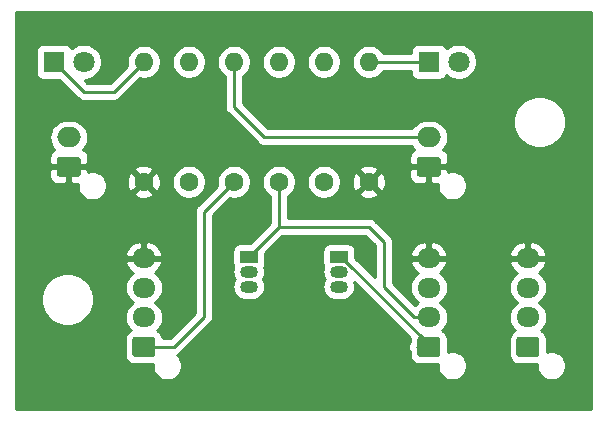
<source format=gbr>
G04 #@! TF.GenerationSoftware,KiCad,Pcbnew,(5.1.5)-3*
G04 #@! TF.CreationDate,2021-01-31T20:42:47+11:00*
G04 #@! TF.ProjectId,I2C_Interface,4932435f-496e-4746-9572-666163652e6b,rev?*
G04 #@! TF.SameCoordinates,Original*
G04 #@! TF.FileFunction,Copper,L2,Bot*
G04 #@! TF.FilePolarity,Positive*
%FSLAX46Y46*%
G04 Gerber Fmt 4.6, Leading zero omitted, Abs format (unit mm)*
G04 Created by KiCad (PCBNEW (5.1.5)-3) date 2021-01-31 20:42:47*
%MOMM*%
%LPD*%
G04 APERTURE LIST*
%ADD10O,1.600000X1.600000*%
%ADD11C,1.600000*%
%ADD12O,1.500000X1.050000*%
%ADD13R,1.500000X1.050000*%
%ADD14C,0.100000*%
%ADD15O,2.000000X1.700000*%
%ADD16O,1.950000X1.700000*%
%ADD17C,1.800000*%
%ADD18R,1.800000X1.800000*%
%ADD19C,0.250000*%
%ADD20C,0.254000*%
G04 APERTURE END LIST*
D10*
X157480000Y-87900000D03*
D11*
X157480000Y-98060000D03*
D12*
X173990000Y-105680000D03*
X173990000Y-106950000D03*
D13*
X173990000Y-104410000D03*
G04 #@! TA.AperFunction,ComponentPad*
D14*
G36*
X151904504Y-95941204D02*
G01*
X151928773Y-95944804D01*
X151952571Y-95950765D01*
X151975671Y-95959030D01*
X151997849Y-95969520D01*
X152018893Y-95982133D01*
X152038598Y-95996747D01*
X152056777Y-96013223D01*
X152073253Y-96031402D01*
X152087867Y-96051107D01*
X152100480Y-96072151D01*
X152110970Y-96094329D01*
X152119235Y-96117429D01*
X152125196Y-96141227D01*
X152128796Y-96165496D01*
X152130000Y-96190000D01*
X152130000Y-97390000D01*
X152128796Y-97414504D01*
X152125196Y-97438773D01*
X152119235Y-97462571D01*
X152110970Y-97485671D01*
X152100480Y-97507849D01*
X152087867Y-97528893D01*
X152073253Y-97548598D01*
X152056777Y-97566777D01*
X152038598Y-97583253D01*
X152018893Y-97597867D01*
X151997849Y-97610480D01*
X151975671Y-97620970D01*
X151952571Y-97629235D01*
X151928773Y-97635196D01*
X151904504Y-97638796D01*
X151880000Y-97640000D01*
X150380000Y-97640000D01*
X150355496Y-97638796D01*
X150331227Y-97635196D01*
X150307429Y-97629235D01*
X150284329Y-97620970D01*
X150262151Y-97610480D01*
X150241107Y-97597867D01*
X150221402Y-97583253D01*
X150203223Y-97566777D01*
X150186747Y-97548598D01*
X150172133Y-97528893D01*
X150159520Y-97507849D01*
X150149030Y-97485671D01*
X150140765Y-97462571D01*
X150134804Y-97438773D01*
X150131204Y-97414504D01*
X150130000Y-97390000D01*
X150130000Y-96190000D01*
X150131204Y-96165496D01*
X150134804Y-96141227D01*
X150140765Y-96117429D01*
X150149030Y-96094329D01*
X150159520Y-96072151D01*
X150172133Y-96051107D01*
X150186747Y-96031402D01*
X150203223Y-96013223D01*
X150221402Y-95996747D01*
X150241107Y-95982133D01*
X150262151Y-95969520D01*
X150284329Y-95959030D01*
X150307429Y-95950765D01*
X150331227Y-95944804D01*
X150355496Y-95941204D01*
X150380000Y-95940000D01*
X151880000Y-95940000D01*
X151904504Y-95941204D01*
G37*
G04 #@! TD.AperFunction*
D15*
X151130000Y-94290000D03*
D13*
X166370000Y-104410000D03*
D12*
X166370000Y-106950000D03*
X166370000Y-105680000D03*
D16*
X181610000Y-104530000D03*
X181610000Y-107030000D03*
X181610000Y-109530000D03*
G04 #@! TA.AperFunction,ComponentPad*
D14*
G36*
X182359504Y-111181204D02*
G01*
X182383773Y-111184804D01*
X182407571Y-111190765D01*
X182430671Y-111199030D01*
X182452849Y-111209520D01*
X182473893Y-111222133D01*
X182493598Y-111236747D01*
X182511777Y-111253223D01*
X182528253Y-111271402D01*
X182542867Y-111291107D01*
X182555480Y-111312151D01*
X182565970Y-111334329D01*
X182574235Y-111357429D01*
X182580196Y-111381227D01*
X182583796Y-111405496D01*
X182585000Y-111430000D01*
X182585000Y-112630000D01*
X182583796Y-112654504D01*
X182580196Y-112678773D01*
X182574235Y-112702571D01*
X182565970Y-112725671D01*
X182555480Y-112747849D01*
X182542867Y-112768893D01*
X182528253Y-112788598D01*
X182511777Y-112806777D01*
X182493598Y-112823253D01*
X182473893Y-112837867D01*
X182452849Y-112850480D01*
X182430671Y-112860970D01*
X182407571Y-112869235D01*
X182383773Y-112875196D01*
X182359504Y-112878796D01*
X182335000Y-112880000D01*
X180885000Y-112880000D01*
X180860496Y-112878796D01*
X180836227Y-112875196D01*
X180812429Y-112869235D01*
X180789329Y-112860970D01*
X180767151Y-112850480D01*
X180746107Y-112837867D01*
X180726402Y-112823253D01*
X180708223Y-112806777D01*
X180691747Y-112788598D01*
X180677133Y-112768893D01*
X180664520Y-112747849D01*
X180654030Y-112725671D01*
X180645765Y-112702571D01*
X180639804Y-112678773D01*
X180636204Y-112654504D01*
X180635000Y-112630000D01*
X180635000Y-111430000D01*
X180636204Y-111405496D01*
X180639804Y-111381227D01*
X180645765Y-111357429D01*
X180654030Y-111334329D01*
X180664520Y-111312151D01*
X180677133Y-111291107D01*
X180691747Y-111271402D01*
X180708223Y-111253223D01*
X180726402Y-111236747D01*
X180746107Y-111222133D01*
X180767151Y-111209520D01*
X180789329Y-111199030D01*
X180812429Y-111190765D01*
X180836227Y-111184804D01*
X180860496Y-111181204D01*
X180885000Y-111180000D01*
X182335000Y-111180000D01*
X182359504Y-111181204D01*
G37*
G04 #@! TD.AperFunction*
D15*
X181610000Y-94290000D03*
G04 #@! TA.AperFunction,ComponentPad*
D14*
G36*
X182384504Y-95941204D02*
G01*
X182408773Y-95944804D01*
X182432571Y-95950765D01*
X182455671Y-95959030D01*
X182477849Y-95969520D01*
X182498893Y-95982133D01*
X182518598Y-95996747D01*
X182536777Y-96013223D01*
X182553253Y-96031402D01*
X182567867Y-96051107D01*
X182580480Y-96072151D01*
X182590970Y-96094329D01*
X182599235Y-96117429D01*
X182605196Y-96141227D01*
X182608796Y-96165496D01*
X182610000Y-96190000D01*
X182610000Y-97390000D01*
X182608796Y-97414504D01*
X182605196Y-97438773D01*
X182599235Y-97462571D01*
X182590970Y-97485671D01*
X182580480Y-97507849D01*
X182567867Y-97528893D01*
X182553253Y-97548598D01*
X182536777Y-97566777D01*
X182518598Y-97583253D01*
X182498893Y-97597867D01*
X182477849Y-97610480D01*
X182455671Y-97620970D01*
X182432571Y-97629235D01*
X182408773Y-97635196D01*
X182384504Y-97638796D01*
X182360000Y-97640000D01*
X180860000Y-97640000D01*
X180835496Y-97638796D01*
X180811227Y-97635196D01*
X180787429Y-97629235D01*
X180764329Y-97620970D01*
X180742151Y-97610480D01*
X180721107Y-97597867D01*
X180701402Y-97583253D01*
X180683223Y-97566777D01*
X180666747Y-97548598D01*
X180652133Y-97528893D01*
X180639520Y-97507849D01*
X180629030Y-97485671D01*
X180620765Y-97462571D01*
X180614804Y-97438773D01*
X180611204Y-97414504D01*
X180610000Y-97390000D01*
X180610000Y-96190000D01*
X180611204Y-96165496D01*
X180614804Y-96141227D01*
X180620765Y-96117429D01*
X180629030Y-96094329D01*
X180639520Y-96072151D01*
X180652133Y-96051107D01*
X180666747Y-96031402D01*
X180683223Y-96013223D01*
X180701402Y-95996747D01*
X180721107Y-95982133D01*
X180742151Y-95969520D01*
X180764329Y-95959030D01*
X180787429Y-95950765D01*
X180811227Y-95944804D01*
X180835496Y-95941204D01*
X180860000Y-95940000D01*
X182360000Y-95940000D01*
X182384504Y-95941204D01*
G37*
G04 #@! TD.AperFunction*
G04 #@! TA.AperFunction,ComponentPad*
G36*
X190749504Y-111181204D02*
G01*
X190773773Y-111184804D01*
X190797571Y-111190765D01*
X190820671Y-111199030D01*
X190842849Y-111209520D01*
X190863893Y-111222133D01*
X190883598Y-111236747D01*
X190901777Y-111253223D01*
X190918253Y-111271402D01*
X190932867Y-111291107D01*
X190945480Y-111312151D01*
X190955970Y-111334329D01*
X190964235Y-111357429D01*
X190970196Y-111381227D01*
X190973796Y-111405496D01*
X190975000Y-111430000D01*
X190975000Y-112630000D01*
X190973796Y-112654504D01*
X190970196Y-112678773D01*
X190964235Y-112702571D01*
X190955970Y-112725671D01*
X190945480Y-112747849D01*
X190932867Y-112768893D01*
X190918253Y-112788598D01*
X190901777Y-112806777D01*
X190883598Y-112823253D01*
X190863893Y-112837867D01*
X190842849Y-112850480D01*
X190820671Y-112860970D01*
X190797571Y-112869235D01*
X190773773Y-112875196D01*
X190749504Y-112878796D01*
X190725000Y-112880000D01*
X189275000Y-112880000D01*
X189250496Y-112878796D01*
X189226227Y-112875196D01*
X189202429Y-112869235D01*
X189179329Y-112860970D01*
X189157151Y-112850480D01*
X189136107Y-112837867D01*
X189116402Y-112823253D01*
X189098223Y-112806777D01*
X189081747Y-112788598D01*
X189067133Y-112768893D01*
X189054520Y-112747849D01*
X189044030Y-112725671D01*
X189035765Y-112702571D01*
X189029804Y-112678773D01*
X189026204Y-112654504D01*
X189025000Y-112630000D01*
X189025000Y-111430000D01*
X189026204Y-111405496D01*
X189029804Y-111381227D01*
X189035765Y-111357429D01*
X189044030Y-111334329D01*
X189054520Y-111312151D01*
X189067133Y-111291107D01*
X189081747Y-111271402D01*
X189098223Y-111253223D01*
X189116402Y-111236747D01*
X189136107Y-111222133D01*
X189157151Y-111209520D01*
X189179329Y-111199030D01*
X189202429Y-111190765D01*
X189226227Y-111184804D01*
X189250496Y-111181204D01*
X189275000Y-111180000D01*
X190725000Y-111180000D01*
X190749504Y-111181204D01*
G37*
G04 #@! TD.AperFunction*
D16*
X190000000Y-109530000D03*
X190000000Y-107030000D03*
X190000000Y-104530000D03*
G04 #@! TA.AperFunction,ComponentPad*
D14*
G36*
X158229504Y-111181204D02*
G01*
X158253773Y-111184804D01*
X158277571Y-111190765D01*
X158300671Y-111199030D01*
X158322849Y-111209520D01*
X158343893Y-111222133D01*
X158363598Y-111236747D01*
X158381777Y-111253223D01*
X158398253Y-111271402D01*
X158412867Y-111291107D01*
X158425480Y-111312151D01*
X158435970Y-111334329D01*
X158444235Y-111357429D01*
X158450196Y-111381227D01*
X158453796Y-111405496D01*
X158455000Y-111430000D01*
X158455000Y-112630000D01*
X158453796Y-112654504D01*
X158450196Y-112678773D01*
X158444235Y-112702571D01*
X158435970Y-112725671D01*
X158425480Y-112747849D01*
X158412867Y-112768893D01*
X158398253Y-112788598D01*
X158381777Y-112806777D01*
X158363598Y-112823253D01*
X158343893Y-112837867D01*
X158322849Y-112850480D01*
X158300671Y-112860970D01*
X158277571Y-112869235D01*
X158253773Y-112875196D01*
X158229504Y-112878796D01*
X158205000Y-112880000D01*
X156755000Y-112880000D01*
X156730496Y-112878796D01*
X156706227Y-112875196D01*
X156682429Y-112869235D01*
X156659329Y-112860970D01*
X156637151Y-112850480D01*
X156616107Y-112837867D01*
X156596402Y-112823253D01*
X156578223Y-112806777D01*
X156561747Y-112788598D01*
X156547133Y-112768893D01*
X156534520Y-112747849D01*
X156524030Y-112725671D01*
X156515765Y-112702571D01*
X156509804Y-112678773D01*
X156506204Y-112654504D01*
X156505000Y-112630000D01*
X156505000Y-111430000D01*
X156506204Y-111405496D01*
X156509804Y-111381227D01*
X156515765Y-111357429D01*
X156524030Y-111334329D01*
X156534520Y-111312151D01*
X156547133Y-111291107D01*
X156561747Y-111271402D01*
X156578223Y-111253223D01*
X156596402Y-111236747D01*
X156616107Y-111222133D01*
X156637151Y-111209520D01*
X156659329Y-111199030D01*
X156682429Y-111190765D01*
X156706227Y-111184804D01*
X156730496Y-111181204D01*
X156755000Y-111180000D01*
X158205000Y-111180000D01*
X158229504Y-111181204D01*
G37*
G04 #@! TD.AperFunction*
D16*
X157480000Y-109530000D03*
X157480000Y-107030000D03*
X157480000Y-104530000D03*
D10*
X161290000Y-87900000D03*
D11*
X161290000Y-98060000D03*
X165100000Y-98060000D03*
D10*
X165100000Y-87900000D03*
X168910000Y-87900000D03*
D11*
X168910000Y-98060000D03*
X172720000Y-98060000D03*
D10*
X172720000Y-87900000D03*
D17*
X184150000Y-87900000D03*
D18*
X181610000Y-87900000D03*
X149860000Y-87900000D03*
D17*
X152400000Y-87900000D03*
D11*
X176530000Y-98060000D03*
D10*
X176530000Y-87900000D03*
D19*
X157480000Y-104530000D02*
X157480000Y-104410000D01*
X180385000Y-109530000D02*
X177800000Y-106945000D01*
X181610000Y-109530000D02*
X180385000Y-109530000D01*
X177800000Y-106945000D02*
X177800000Y-103140000D01*
X177800000Y-103140000D02*
X176530000Y-101870000D01*
X166370000Y-104410000D02*
X168910000Y-101870000D01*
X168910000Y-101870000D02*
X176530000Y-101870000D01*
X168910000Y-98060000D02*
X168910000Y-101870000D01*
X181610000Y-112030000D02*
X180635000Y-112030000D01*
X174215000Y-104410000D02*
X173990000Y-104410000D01*
X181610000Y-111805000D02*
X174215000Y-104410000D01*
X181610000Y-112030000D02*
X181610000Y-111805000D01*
X167680000Y-94290000D02*
X181610000Y-94290000D01*
X167680000Y-94290000D02*
X165100000Y-91710000D01*
X165100000Y-91710000D02*
X165100000Y-87900000D01*
X157480000Y-112030000D02*
X160020000Y-112030000D01*
X160020000Y-112030000D02*
X162560000Y-109490000D01*
X162560000Y-100600000D02*
X165100000Y-98060000D01*
X162560000Y-109490000D02*
X162560000Y-100600000D01*
X176530000Y-87900000D02*
X181610000Y-87900000D01*
X154940000Y-90440000D02*
X157480000Y-87900000D01*
X149860000Y-87900000D02*
X152400000Y-90440000D01*
X152400000Y-90440000D02*
X154940000Y-90440000D01*
D20*
G36*
X195340001Y-117340000D02*
G01*
X146660000Y-117340000D01*
X146660000Y-107779872D01*
X148765000Y-107779872D01*
X148765000Y-108220128D01*
X148850890Y-108651925D01*
X149019369Y-109058669D01*
X149263962Y-109424729D01*
X149575271Y-109736038D01*
X149941331Y-109980631D01*
X150348075Y-110149110D01*
X150779872Y-110235000D01*
X151220128Y-110235000D01*
X151651925Y-110149110D01*
X152058669Y-109980631D01*
X152424729Y-109736038D01*
X152736038Y-109424729D01*
X152980631Y-109058669D01*
X153149110Y-108651925D01*
X153235000Y-108220128D01*
X153235000Y-107779872D01*
X153149110Y-107348075D01*
X153017359Y-107030000D01*
X155862815Y-107030000D01*
X155891487Y-107321111D01*
X155976401Y-107601034D01*
X156114294Y-107859014D01*
X156299866Y-108085134D01*
X156525986Y-108270706D01*
X156543374Y-108280000D01*
X156525986Y-108289294D01*
X156299866Y-108474866D01*
X156114294Y-108700986D01*
X155976401Y-108958966D01*
X155891487Y-109238889D01*
X155862815Y-109530000D01*
X155891487Y-109821111D01*
X155976401Y-110101034D01*
X156114294Y-110359014D01*
X156299866Y-110585134D01*
X156363337Y-110637223D01*
X156261614Y-110691595D01*
X156127038Y-110802038D01*
X156016595Y-110936614D01*
X155934528Y-111090150D01*
X155883992Y-111256746D01*
X155866928Y-111430000D01*
X155866928Y-112630000D01*
X155883992Y-112803254D01*
X155934528Y-112969850D01*
X156016595Y-113123386D01*
X156127038Y-113257962D01*
X156261614Y-113368405D01*
X156415150Y-113450472D01*
X156581746Y-113501008D01*
X156755000Y-113518072D01*
X158205000Y-113518072D01*
X158245000Y-113514132D01*
X158245000Y-113751637D01*
X158292460Y-113990236D01*
X158385557Y-114214992D01*
X158520713Y-114417267D01*
X158692733Y-114589287D01*
X158895008Y-114724443D01*
X159119764Y-114817540D01*
X159358363Y-114865000D01*
X159601637Y-114865000D01*
X159840236Y-114817540D01*
X160064992Y-114724443D01*
X160267267Y-114589287D01*
X160439287Y-114417267D01*
X160574443Y-114214992D01*
X160667540Y-113990236D01*
X160715000Y-113751637D01*
X160715000Y-113508363D01*
X160667540Y-113269764D01*
X160574443Y-113045008D01*
X160439287Y-112842733D01*
X160325185Y-112728631D01*
X160444276Y-112664974D01*
X160560001Y-112570001D01*
X160583804Y-112540997D01*
X163071009Y-110053794D01*
X163100001Y-110030001D01*
X163123795Y-110001008D01*
X163123799Y-110001004D01*
X163194973Y-109914277D01*
X163194974Y-109914276D01*
X163265546Y-109782247D01*
X163309003Y-109638986D01*
X163320000Y-109527333D01*
X163320000Y-109527324D01*
X163323676Y-109490001D01*
X163320000Y-109452678D01*
X163320000Y-105680000D01*
X164979388Y-105680000D01*
X165001785Y-105907400D01*
X165068115Y-106126060D01*
X165169105Y-106315000D01*
X165068115Y-106503940D01*
X165001785Y-106722600D01*
X164979388Y-106950000D01*
X165001785Y-107177400D01*
X165068115Y-107396060D01*
X165175829Y-107597579D01*
X165320788Y-107774212D01*
X165497421Y-107919171D01*
X165698940Y-108026885D01*
X165917600Y-108093215D01*
X166088021Y-108110000D01*
X166651979Y-108110000D01*
X166822400Y-108093215D01*
X167041060Y-108026885D01*
X167242579Y-107919171D01*
X167419212Y-107774212D01*
X167564171Y-107597579D01*
X167671885Y-107396060D01*
X167738215Y-107177400D01*
X167760612Y-106950000D01*
X167738215Y-106722600D01*
X167671885Y-106503940D01*
X167570895Y-106315000D01*
X167671885Y-106126060D01*
X167738215Y-105907400D01*
X167760612Y-105680000D01*
X167738215Y-105452600D01*
X167674907Y-105243902D01*
X167709502Y-105179180D01*
X167745812Y-105059482D01*
X167758072Y-104935000D01*
X167758072Y-104096730D01*
X169224803Y-102630000D01*
X176215199Y-102630000D01*
X177040001Y-103454803D01*
X177040000Y-106160199D01*
X175378072Y-104498271D01*
X175378072Y-103885000D01*
X175365812Y-103760518D01*
X175329502Y-103640820D01*
X175270537Y-103530506D01*
X175191185Y-103433815D01*
X175094494Y-103354463D01*
X174984180Y-103295498D01*
X174864482Y-103259188D01*
X174740000Y-103246928D01*
X173240000Y-103246928D01*
X173115518Y-103259188D01*
X172995820Y-103295498D01*
X172885506Y-103354463D01*
X172788815Y-103433815D01*
X172709463Y-103530506D01*
X172650498Y-103640820D01*
X172614188Y-103760518D01*
X172601928Y-103885000D01*
X172601928Y-104935000D01*
X172614188Y-105059482D01*
X172650498Y-105179180D01*
X172685093Y-105243902D01*
X172621785Y-105452600D01*
X172599388Y-105680000D01*
X172621785Y-105907400D01*
X172688115Y-106126060D01*
X172789105Y-106315000D01*
X172688115Y-106503940D01*
X172621785Y-106722600D01*
X172599388Y-106950000D01*
X172621785Y-107177400D01*
X172688115Y-107396060D01*
X172795829Y-107597579D01*
X172940788Y-107774212D01*
X173117421Y-107919171D01*
X173318940Y-108026885D01*
X173537600Y-108093215D01*
X173708021Y-108110000D01*
X174271979Y-108110000D01*
X174442400Y-108093215D01*
X174661060Y-108026885D01*
X174862579Y-107919171D01*
X175039212Y-107774212D01*
X175184171Y-107597579D01*
X175291885Y-107396060D01*
X175358215Y-107177400D01*
X175380612Y-106950000D01*
X175358215Y-106722600D01*
X175317030Y-106586831D01*
X180011567Y-111281369D01*
X179996928Y-111430000D01*
X179996928Y-111611520D01*
X179929454Y-111737753D01*
X179885997Y-111881014D01*
X179871323Y-112030000D01*
X179885997Y-112178986D01*
X179929454Y-112322247D01*
X179996928Y-112448480D01*
X179996928Y-112630000D01*
X180013992Y-112803254D01*
X180064528Y-112969850D01*
X180146595Y-113123386D01*
X180257038Y-113257962D01*
X180391614Y-113368405D01*
X180545150Y-113450472D01*
X180711746Y-113501008D01*
X180885000Y-113518072D01*
X182335000Y-113518072D01*
X182375000Y-113514132D01*
X182375000Y-113751637D01*
X182422460Y-113990236D01*
X182515557Y-114214992D01*
X182650713Y-114417267D01*
X182822733Y-114589287D01*
X183025008Y-114724443D01*
X183249764Y-114817540D01*
X183488363Y-114865000D01*
X183731637Y-114865000D01*
X183970236Y-114817540D01*
X184194992Y-114724443D01*
X184397267Y-114589287D01*
X184569287Y-114417267D01*
X184704443Y-114214992D01*
X184797540Y-113990236D01*
X184845000Y-113751637D01*
X184845000Y-113508363D01*
X184797540Y-113269764D01*
X184704443Y-113045008D01*
X184569287Y-112842733D01*
X184397267Y-112670713D01*
X184194992Y-112535557D01*
X183970236Y-112442460D01*
X183731637Y-112395000D01*
X183488363Y-112395000D01*
X183249764Y-112442460D01*
X183223072Y-112453516D01*
X183223072Y-111430000D01*
X183206008Y-111256746D01*
X183155472Y-111090150D01*
X183073405Y-110936614D01*
X182962962Y-110802038D01*
X182828386Y-110691595D01*
X182726663Y-110637223D01*
X182790134Y-110585134D01*
X182975706Y-110359014D01*
X183113599Y-110101034D01*
X183198513Y-109821111D01*
X183227185Y-109530000D01*
X183198513Y-109238889D01*
X183113599Y-108958966D01*
X182975706Y-108700986D01*
X182790134Y-108474866D01*
X182564014Y-108289294D01*
X182546626Y-108280000D01*
X182564014Y-108270706D01*
X182790134Y-108085134D01*
X182975706Y-107859014D01*
X183113599Y-107601034D01*
X183198513Y-107321111D01*
X183227185Y-107030000D01*
X188382815Y-107030000D01*
X188411487Y-107321111D01*
X188496401Y-107601034D01*
X188634294Y-107859014D01*
X188819866Y-108085134D01*
X189045986Y-108270706D01*
X189063374Y-108280000D01*
X189045986Y-108289294D01*
X188819866Y-108474866D01*
X188634294Y-108700986D01*
X188496401Y-108958966D01*
X188411487Y-109238889D01*
X188382815Y-109530000D01*
X188411487Y-109821111D01*
X188496401Y-110101034D01*
X188634294Y-110359014D01*
X188819866Y-110585134D01*
X188883337Y-110637223D01*
X188781614Y-110691595D01*
X188647038Y-110802038D01*
X188536595Y-110936614D01*
X188454528Y-111090150D01*
X188403992Y-111256746D01*
X188386928Y-111430000D01*
X188386928Y-112630000D01*
X188403992Y-112803254D01*
X188454528Y-112969850D01*
X188536595Y-113123386D01*
X188647038Y-113257962D01*
X188781614Y-113368405D01*
X188935150Y-113450472D01*
X189101746Y-113501008D01*
X189275000Y-113518072D01*
X190725000Y-113518072D01*
X190765000Y-113514132D01*
X190765000Y-113751637D01*
X190812460Y-113990236D01*
X190905557Y-114214992D01*
X191040713Y-114417267D01*
X191212733Y-114589287D01*
X191415008Y-114724443D01*
X191639764Y-114817540D01*
X191878363Y-114865000D01*
X192121637Y-114865000D01*
X192360236Y-114817540D01*
X192584992Y-114724443D01*
X192787267Y-114589287D01*
X192959287Y-114417267D01*
X193094443Y-114214992D01*
X193187540Y-113990236D01*
X193235000Y-113751637D01*
X193235000Y-113508363D01*
X193187540Y-113269764D01*
X193094443Y-113045008D01*
X192959287Y-112842733D01*
X192787267Y-112670713D01*
X192584992Y-112535557D01*
X192360236Y-112442460D01*
X192121637Y-112395000D01*
X191878363Y-112395000D01*
X191639764Y-112442460D01*
X191613072Y-112453516D01*
X191613072Y-111430000D01*
X191596008Y-111256746D01*
X191545472Y-111090150D01*
X191463405Y-110936614D01*
X191352962Y-110802038D01*
X191218386Y-110691595D01*
X191116663Y-110637223D01*
X191180134Y-110585134D01*
X191365706Y-110359014D01*
X191503599Y-110101034D01*
X191588513Y-109821111D01*
X191617185Y-109530000D01*
X191588513Y-109238889D01*
X191503599Y-108958966D01*
X191365706Y-108700986D01*
X191180134Y-108474866D01*
X190954014Y-108289294D01*
X190936626Y-108280000D01*
X190954014Y-108270706D01*
X191180134Y-108085134D01*
X191365706Y-107859014D01*
X191503599Y-107601034D01*
X191588513Y-107321111D01*
X191617185Y-107030000D01*
X191588513Y-106738889D01*
X191503599Y-106458966D01*
X191365706Y-106200986D01*
X191180134Y-105974866D01*
X190954014Y-105789294D01*
X190928278Y-105775538D01*
X191134429Y-105619049D01*
X191327496Y-105401193D01*
X191474352Y-105149858D01*
X191566476Y-104886890D01*
X191445155Y-104657000D01*
X190127000Y-104657000D01*
X190127000Y-104677000D01*
X189873000Y-104677000D01*
X189873000Y-104657000D01*
X188554845Y-104657000D01*
X188433524Y-104886890D01*
X188525648Y-105149858D01*
X188672504Y-105401193D01*
X188865571Y-105619049D01*
X189071722Y-105775538D01*
X189045986Y-105789294D01*
X188819866Y-105974866D01*
X188634294Y-106200986D01*
X188496401Y-106458966D01*
X188411487Y-106738889D01*
X188382815Y-107030000D01*
X183227185Y-107030000D01*
X183198513Y-106738889D01*
X183113599Y-106458966D01*
X182975706Y-106200986D01*
X182790134Y-105974866D01*
X182564014Y-105789294D01*
X182538278Y-105775538D01*
X182744429Y-105619049D01*
X182937496Y-105401193D01*
X183084352Y-105149858D01*
X183176476Y-104886890D01*
X183055155Y-104657000D01*
X181737000Y-104657000D01*
X181737000Y-104677000D01*
X181483000Y-104677000D01*
X181483000Y-104657000D01*
X180164845Y-104657000D01*
X180043524Y-104886890D01*
X180135648Y-105149858D01*
X180282504Y-105401193D01*
X180475571Y-105619049D01*
X180681722Y-105775538D01*
X180655986Y-105789294D01*
X180429866Y-105974866D01*
X180244294Y-106200986D01*
X180106401Y-106458966D01*
X180021487Y-106738889D01*
X179992815Y-107030000D01*
X180021487Y-107321111D01*
X180106401Y-107601034D01*
X180244294Y-107859014D01*
X180429866Y-108085134D01*
X180655986Y-108270706D01*
X180673374Y-108280000D01*
X180655986Y-108289294D01*
X180429866Y-108474866D01*
X180418508Y-108488706D01*
X178560000Y-106630199D01*
X178560000Y-104173110D01*
X180043524Y-104173110D01*
X180164845Y-104403000D01*
X181483000Y-104403000D01*
X181483000Y-103203835D01*
X181737000Y-103203835D01*
X181737000Y-104403000D01*
X183055155Y-104403000D01*
X183176476Y-104173110D01*
X188433524Y-104173110D01*
X188554845Y-104403000D01*
X189873000Y-104403000D01*
X189873000Y-103203835D01*
X190127000Y-103203835D01*
X190127000Y-104403000D01*
X191445155Y-104403000D01*
X191566476Y-104173110D01*
X191474352Y-103910142D01*
X191327496Y-103658807D01*
X191134429Y-103440951D01*
X190902570Y-103264947D01*
X190640830Y-103137558D01*
X190359267Y-103063680D01*
X190127000Y-103203835D01*
X189873000Y-103203835D01*
X189640733Y-103063680D01*
X189359170Y-103137558D01*
X189097430Y-103264947D01*
X188865571Y-103440951D01*
X188672504Y-103658807D01*
X188525648Y-103910142D01*
X188433524Y-104173110D01*
X183176476Y-104173110D01*
X183084352Y-103910142D01*
X182937496Y-103658807D01*
X182744429Y-103440951D01*
X182512570Y-103264947D01*
X182250830Y-103137558D01*
X181969267Y-103063680D01*
X181737000Y-103203835D01*
X181483000Y-103203835D01*
X181250733Y-103063680D01*
X180969170Y-103137558D01*
X180707430Y-103264947D01*
X180475571Y-103440951D01*
X180282504Y-103658807D01*
X180135648Y-103910142D01*
X180043524Y-104173110D01*
X178560000Y-104173110D01*
X178560000Y-103177322D01*
X178563676Y-103139999D01*
X178560000Y-103102676D01*
X178560000Y-103102667D01*
X178549003Y-102991014D01*
X178505546Y-102847753D01*
X178434974Y-102715724D01*
X178340001Y-102599999D01*
X178311003Y-102576201D01*
X177093804Y-101359003D01*
X177070001Y-101329999D01*
X176954276Y-101235026D01*
X176822247Y-101164454D01*
X176678986Y-101120997D01*
X176567333Y-101110000D01*
X176567322Y-101110000D01*
X176530000Y-101106324D01*
X176492678Y-101110000D01*
X169670000Y-101110000D01*
X169670000Y-99278043D01*
X169824759Y-99174637D01*
X170024637Y-98974759D01*
X170181680Y-98739727D01*
X170289853Y-98478574D01*
X170345000Y-98201335D01*
X170345000Y-97918665D01*
X171285000Y-97918665D01*
X171285000Y-98201335D01*
X171340147Y-98478574D01*
X171448320Y-98739727D01*
X171605363Y-98974759D01*
X171805241Y-99174637D01*
X172040273Y-99331680D01*
X172301426Y-99439853D01*
X172578665Y-99495000D01*
X172861335Y-99495000D01*
X173138574Y-99439853D01*
X173399727Y-99331680D01*
X173634759Y-99174637D01*
X173756694Y-99052702D01*
X175716903Y-99052702D01*
X175788486Y-99296671D01*
X176043996Y-99417571D01*
X176318184Y-99486300D01*
X176600512Y-99500217D01*
X176880130Y-99458787D01*
X177146292Y-99363603D01*
X177271514Y-99296671D01*
X177343097Y-99052702D01*
X176530000Y-98239605D01*
X175716903Y-99052702D01*
X173756694Y-99052702D01*
X173834637Y-98974759D01*
X173991680Y-98739727D01*
X174099853Y-98478574D01*
X174155000Y-98201335D01*
X174155000Y-98130512D01*
X175089783Y-98130512D01*
X175131213Y-98410130D01*
X175226397Y-98676292D01*
X175293329Y-98801514D01*
X175537298Y-98873097D01*
X176350395Y-98060000D01*
X176709605Y-98060000D01*
X177522702Y-98873097D01*
X177766671Y-98801514D01*
X177887571Y-98546004D01*
X177956300Y-98271816D01*
X177970217Y-97989488D01*
X177928787Y-97709870D01*
X177903801Y-97640000D01*
X179971928Y-97640000D01*
X179984188Y-97764482D01*
X180020498Y-97884180D01*
X180079463Y-97994494D01*
X180158815Y-98091185D01*
X180255506Y-98170537D01*
X180365820Y-98229502D01*
X180485518Y-98265812D01*
X180610000Y-98278072D01*
X181324250Y-98275000D01*
X181483000Y-98116250D01*
X181483000Y-96917000D01*
X181737000Y-96917000D01*
X181737000Y-98116250D01*
X181895750Y-98275000D01*
X182375000Y-98277061D01*
X182375000Y-98511637D01*
X182422460Y-98750236D01*
X182515557Y-98974992D01*
X182650713Y-99177267D01*
X182822733Y-99349287D01*
X183025008Y-99484443D01*
X183249764Y-99577540D01*
X183488363Y-99625000D01*
X183731637Y-99625000D01*
X183970236Y-99577540D01*
X184194992Y-99484443D01*
X184397267Y-99349287D01*
X184569287Y-99177267D01*
X184704443Y-98974992D01*
X184797540Y-98750236D01*
X184845000Y-98511637D01*
X184845000Y-98268363D01*
X184797540Y-98029764D01*
X184704443Y-97805008D01*
X184569287Y-97602733D01*
X184397267Y-97430713D01*
X184194992Y-97295557D01*
X183970236Y-97202460D01*
X183731637Y-97155000D01*
X183488363Y-97155000D01*
X183249764Y-97202460D01*
X183245699Y-97204144D01*
X183245000Y-97075750D01*
X183086250Y-96917000D01*
X181737000Y-96917000D01*
X181483000Y-96917000D01*
X180133750Y-96917000D01*
X179975000Y-97075750D01*
X179971928Y-97640000D01*
X177903801Y-97640000D01*
X177833603Y-97443708D01*
X177766671Y-97318486D01*
X177522702Y-97246903D01*
X176709605Y-98060000D01*
X176350395Y-98060000D01*
X175537298Y-97246903D01*
X175293329Y-97318486D01*
X175172429Y-97573996D01*
X175103700Y-97848184D01*
X175089783Y-98130512D01*
X174155000Y-98130512D01*
X174155000Y-97918665D01*
X174099853Y-97641426D01*
X173991680Y-97380273D01*
X173834637Y-97145241D01*
X173756694Y-97067298D01*
X175716903Y-97067298D01*
X176530000Y-97880395D01*
X177343097Y-97067298D01*
X177271514Y-96823329D01*
X177016004Y-96702429D01*
X176741816Y-96633700D01*
X176459488Y-96619783D01*
X176179870Y-96661213D01*
X175913708Y-96756397D01*
X175788486Y-96823329D01*
X175716903Y-97067298D01*
X173756694Y-97067298D01*
X173634759Y-96945363D01*
X173399727Y-96788320D01*
X173138574Y-96680147D01*
X172861335Y-96625000D01*
X172578665Y-96625000D01*
X172301426Y-96680147D01*
X172040273Y-96788320D01*
X171805241Y-96945363D01*
X171605363Y-97145241D01*
X171448320Y-97380273D01*
X171340147Y-97641426D01*
X171285000Y-97918665D01*
X170345000Y-97918665D01*
X170289853Y-97641426D01*
X170181680Y-97380273D01*
X170024637Y-97145241D01*
X169824759Y-96945363D01*
X169589727Y-96788320D01*
X169328574Y-96680147D01*
X169051335Y-96625000D01*
X168768665Y-96625000D01*
X168491426Y-96680147D01*
X168230273Y-96788320D01*
X167995241Y-96945363D01*
X167795363Y-97145241D01*
X167638320Y-97380273D01*
X167530147Y-97641426D01*
X167475000Y-97918665D01*
X167475000Y-98201335D01*
X167530147Y-98478574D01*
X167638320Y-98739727D01*
X167795363Y-98974759D01*
X167995241Y-99174637D01*
X168150000Y-99278044D01*
X168150001Y-101555196D01*
X166458270Y-103246928D01*
X165620000Y-103246928D01*
X165495518Y-103259188D01*
X165375820Y-103295498D01*
X165265506Y-103354463D01*
X165168815Y-103433815D01*
X165089463Y-103530506D01*
X165030498Y-103640820D01*
X164994188Y-103760518D01*
X164981928Y-103885000D01*
X164981928Y-104935000D01*
X164994188Y-105059482D01*
X165030498Y-105179180D01*
X165065093Y-105243902D01*
X165001785Y-105452600D01*
X164979388Y-105680000D01*
X163320000Y-105680000D01*
X163320000Y-100914801D01*
X164776114Y-99458688D01*
X164958665Y-99495000D01*
X165241335Y-99495000D01*
X165518574Y-99439853D01*
X165779727Y-99331680D01*
X166014759Y-99174637D01*
X166214637Y-98974759D01*
X166371680Y-98739727D01*
X166479853Y-98478574D01*
X166535000Y-98201335D01*
X166535000Y-97918665D01*
X166479853Y-97641426D01*
X166371680Y-97380273D01*
X166214637Y-97145241D01*
X166014759Y-96945363D01*
X165779727Y-96788320D01*
X165518574Y-96680147D01*
X165241335Y-96625000D01*
X164958665Y-96625000D01*
X164681426Y-96680147D01*
X164420273Y-96788320D01*
X164185241Y-96945363D01*
X163985363Y-97145241D01*
X163828320Y-97380273D01*
X163720147Y-97641426D01*
X163665000Y-97918665D01*
X163665000Y-98201335D01*
X163701312Y-98383886D01*
X162048998Y-100036201D01*
X162020000Y-100059999D01*
X161996202Y-100088997D01*
X161996201Y-100088998D01*
X161925026Y-100175724D01*
X161854454Y-100307754D01*
X161810998Y-100451015D01*
X161796324Y-100600000D01*
X161800001Y-100637332D01*
X161800000Y-109175197D01*
X159705199Y-111270000D01*
X159077313Y-111270000D01*
X159076008Y-111256746D01*
X159025472Y-111090150D01*
X158943405Y-110936614D01*
X158832962Y-110802038D01*
X158698386Y-110691595D01*
X158596663Y-110637223D01*
X158660134Y-110585134D01*
X158845706Y-110359014D01*
X158983599Y-110101034D01*
X159068513Y-109821111D01*
X159097185Y-109530000D01*
X159068513Y-109238889D01*
X158983599Y-108958966D01*
X158845706Y-108700986D01*
X158660134Y-108474866D01*
X158434014Y-108289294D01*
X158416626Y-108280000D01*
X158434014Y-108270706D01*
X158660134Y-108085134D01*
X158845706Y-107859014D01*
X158983599Y-107601034D01*
X159068513Y-107321111D01*
X159097185Y-107030000D01*
X159068513Y-106738889D01*
X158983599Y-106458966D01*
X158845706Y-106200986D01*
X158660134Y-105974866D01*
X158434014Y-105789294D01*
X158408278Y-105775538D01*
X158614429Y-105619049D01*
X158807496Y-105401193D01*
X158954352Y-105149858D01*
X159046476Y-104886890D01*
X158925155Y-104657000D01*
X157607000Y-104657000D01*
X157607000Y-104677000D01*
X157353000Y-104677000D01*
X157353000Y-104657000D01*
X156034845Y-104657000D01*
X155913524Y-104886890D01*
X156005648Y-105149858D01*
X156152504Y-105401193D01*
X156345571Y-105619049D01*
X156551722Y-105775538D01*
X156525986Y-105789294D01*
X156299866Y-105974866D01*
X156114294Y-106200986D01*
X155976401Y-106458966D01*
X155891487Y-106738889D01*
X155862815Y-107030000D01*
X153017359Y-107030000D01*
X152980631Y-106941331D01*
X152736038Y-106575271D01*
X152424729Y-106263962D01*
X152058669Y-106019369D01*
X151651925Y-105850890D01*
X151220128Y-105765000D01*
X150779872Y-105765000D01*
X150348075Y-105850890D01*
X149941331Y-106019369D01*
X149575271Y-106263962D01*
X149263962Y-106575271D01*
X149019369Y-106941331D01*
X148850890Y-107348075D01*
X148765000Y-107779872D01*
X146660000Y-107779872D01*
X146660000Y-104173110D01*
X155913524Y-104173110D01*
X156034845Y-104403000D01*
X157353000Y-104403000D01*
X157353000Y-103203835D01*
X157607000Y-103203835D01*
X157607000Y-104403000D01*
X158925155Y-104403000D01*
X159046476Y-104173110D01*
X158954352Y-103910142D01*
X158807496Y-103658807D01*
X158614429Y-103440951D01*
X158382570Y-103264947D01*
X158120830Y-103137558D01*
X157839267Y-103063680D01*
X157607000Y-103203835D01*
X157353000Y-103203835D01*
X157120733Y-103063680D01*
X156839170Y-103137558D01*
X156577430Y-103264947D01*
X156345571Y-103440951D01*
X156152504Y-103658807D01*
X156005648Y-103910142D01*
X155913524Y-104173110D01*
X146660000Y-104173110D01*
X146660000Y-97640000D01*
X149491928Y-97640000D01*
X149504188Y-97764482D01*
X149540498Y-97884180D01*
X149599463Y-97994494D01*
X149678815Y-98091185D01*
X149775506Y-98170537D01*
X149885820Y-98229502D01*
X150005518Y-98265812D01*
X150130000Y-98278072D01*
X150844250Y-98275000D01*
X151003000Y-98116250D01*
X151003000Y-96917000D01*
X151257000Y-96917000D01*
X151257000Y-98116250D01*
X151415750Y-98275000D01*
X151895000Y-98277061D01*
X151895000Y-98511637D01*
X151942460Y-98750236D01*
X152035557Y-98974992D01*
X152170713Y-99177267D01*
X152342733Y-99349287D01*
X152545008Y-99484443D01*
X152769764Y-99577540D01*
X153008363Y-99625000D01*
X153251637Y-99625000D01*
X153490236Y-99577540D01*
X153714992Y-99484443D01*
X153917267Y-99349287D01*
X154089287Y-99177267D01*
X154172518Y-99052702D01*
X156666903Y-99052702D01*
X156738486Y-99296671D01*
X156993996Y-99417571D01*
X157268184Y-99486300D01*
X157550512Y-99500217D01*
X157830130Y-99458787D01*
X158096292Y-99363603D01*
X158221514Y-99296671D01*
X158293097Y-99052702D01*
X157480000Y-98239605D01*
X156666903Y-99052702D01*
X154172518Y-99052702D01*
X154224443Y-98974992D01*
X154317540Y-98750236D01*
X154365000Y-98511637D01*
X154365000Y-98268363D01*
X154337580Y-98130512D01*
X156039783Y-98130512D01*
X156081213Y-98410130D01*
X156176397Y-98676292D01*
X156243329Y-98801514D01*
X156487298Y-98873097D01*
X157300395Y-98060000D01*
X157659605Y-98060000D01*
X158472702Y-98873097D01*
X158716671Y-98801514D01*
X158837571Y-98546004D01*
X158906300Y-98271816D01*
X158920217Y-97989488D01*
X158909724Y-97918665D01*
X159855000Y-97918665D01*
X159855000Y-98201335D01*
X159910147Y-98478574D01*
X160018320Y-98739727D01*
X160175363Y-98974759D01*
X160375241Y-99174637D01*
X160610273Y-99331680D01*
X160871426Y-99439853D01*
X161148665Y-99495000D01*
X161431335Y-99495000D01*
X161708574Y-99439853D01*
X161969727Y-99331680D01*
X162204759Y-99174637D01*
X162404637Y-98974759D01*
X162561680Y-98739727D01*
X162669853Y-98478574D01*
X162725000Y-98201335D01*
X162725000Y-97918665D01*
X162669853Y-97641426D01*
X162561680Y-97380273D01*
X162404637Y-97145241D01*
X162204759Y-96945363D01*
X161969727Y-96788320D01*
X161708574Y-96680147D01*
X161431335Y-96625000D01*
X161148665Y-96625000D01*
X160871426Y-96680147D01*
X160610273Y-96788320D01*
X160375241Y-96945363D01*
X160175363Y-97145241D01*
X160018320Y-97380273D01*
X159910147Y-97641426D01*
X159855000Y-97918665D01*
X158909724Y-97918665D01*
X158878787Y-97709870D01*
X158783603Y-97443708D01*
X158716671Y-97318486D01*
X158472702Y-97246903D01*
X157659605Y-98060000D01*
X157300395Y-98060000D01*
X156487298Y-97246903D01*
X156243329Y-97318486D01*
X156122429Y-97573996D01*
X156053700Y-97848184D01*
X156039783Y-98130512D01*
X154337580Y-98130512D01*
X154317540Y-98029764D01*
X154224443Y-97805008D01*
X154089287Y-97602733D01*
X153917267Y-97430713D01*
X153714992Y-97295557D01*
X153490236Y-97202460D01*
X153251637Y-97155000D01*
X153008363Y-97155000D01*
X152769764Y-97202460D01*
X152765699Y-97204144D01*
X152765000Y-97075750D01*
X152756548Y-97067298D01*
X156666903Y-97067298D01*
X157480000Y-97880395D01*
X158293097Y-97067298D01*
X158221514Y-96823329D01*
X157966004Y-96702429D01*
X157691816Y-96633700D01*
X157409488Y-96619783D01*
X157129870Y-96661213D01*
X156863708Y-96756397D01*
X156738486Y-96823329D01*
X156666903Y-97067298D01*
X152756548Y-97067298D01*
X152606250Y-96917000D01*
X151257000Y-96917000D01*
X151003000Y-96917000D01*
X149653750Y-96917000D01*
X149495000Y-97075750D01*
X149491928Y-97640000D01*
X146660000Y-97640000D01*
X146660000Y-94290000D01*
X149487815Y-94290000D01*
X149516487Y-94581111D01*
X149601401Y-94861034D01*
X149739294Y-95119014D01*
X149920608Y-95339945D01*
X149885820Y-95350498D01*
X149775506Y-95409463D01*
X149678815Y-95488815D01*
X149599463Y-95585506D01*
X149540498Y-95695820D01*
X149504188Y-95815518D01*
X149491928Y-95940000D01*
X149495000Y-96504250D01*
X149653750Y-96663000D01*
X151003000Y-96663000D01*
X151003000Y-96643000D01*
X151257000Y-96643000D01*
X151257000Y-96663000D01*
X152606250Y-96663000D01*
X152765000Y-96504250D01*
X152768072Y-95940000D01*
X152755812Y-95815518D01*
X152719502Y-95695820D01*
X152660537Y-95585506D01*
X152581185Y-95488815D01*
X152484494Y-95409463D01*
X152374180Y-95350498D01*
X152339392Y-95339945D01*
X152520706Y-95119014D01*
X152658599Y-94861034D01*
X152743513Y-94581111D01*
X152772185Y-94290000D01*
X152743513Y-93998889D01*
X152658599Y-93718966D01*
X152520706Y-93460986D01*
X152335134Y-93234866D01*
X152109014Y-93049294D01*
X151851034Y-92911401D01*
X151571111Y-92826487D01*
X151352950Y-92805000D01*
X150907050Y-92805000D01*
X150688889Y-92826487D01*
X150408966Y-92911401D01*
X150150986Y-93049294D01*
X149924866Y-93234866D01*
X149739294Y-93460986D01*
X149601401Y-93718966D01*
X149516487Y-93998889D01*
X149487815Y-94290000D01*
X146660000Y-94290000D01*
X146660000Y-87000000D01*
X148321928Y-87000000D01*
X148321928Y-88800000D01*
X148334188Y-88924482D01*
X148370498Y-89044180D01*
X148429463Y-89154494D01*
X148508815Y-89251185D01*
X148605506Y-89330537D01*
X148715820Y-89389502D01*
X148835518Y-89425812D01*
X148960000Y-89438072D01*
X150323270Y-89438072D01*
X151836205Y-90951008D01*
X151859999Y-90980001D01*
X151888992Y-91003795D01*
X151888996Y-91003799D01*
X151959685Y-91061811D01*
X151975724Y-91074974D01*
X152107753Y-91145546D01*
X152251014Y-91189003D01*
X152362667Y-91200000D01*
X152362676Y-91200000D01*
X152399999Y-91203676D01*
X152437322Y-91200000D01*
X154902678Y-91200000D01*
X154940000Y-91203676D01*
X154977322Y-91200000D01*
X154977333Y-91200000D01*
X155088986Y-91189003D01*
X155232247Y-91145546D01*
X155364276Y-91074974D01*
X155480001Y-90980001D01*
X155503804Y-90950997D01*
X157156114Y-89298688D01*
X157338665Y-89335000D01*
X157621335Y-89335000D01*
X157898574Y-89279853D01*
X158159727Y-89171680D01*
X158394759Y-89014637D01*
X158594637Y-88814759D01*
X158751680Y-88579727D01*
X158859853Y-88318574D01*
X158915000Y-88041335D01*
X158915000Y-87758665D01*
X159855000Y-87758665D01*
X159855000Y-88041335D01*
X159910147Y-88318574D01*
X160018320Y-88579727D01*
X160175363Y-88814759D01*
X160375241Y-89014637D01*
X160610273Y-89171680D01*
X160871426Y-89279853D01*
X161148665Y-89335000D01*
X161431335Y-89335000D01*
X161708574Y-89279853D01*
X161969727Y-89171680D01*
X162204759Y-89014637D01*
X162404637Y-88814759D01*
X162561680Y-88579727D01*
X162669853Y-88318574D01*
X162725000Y-88041335D01*
X162725000Y-87758665D01*
X163665000Y-87758665D01*
X163665000Y-88041335D01*
X163720147Y-88318574D01*
X163828320Y-88579727D01*
X163985363Y-88814759D01*
X164185241Y-89014637D01*
X164340001Y-89118044D01*
X164340000Y-91672677D01*
X164336324Y-91710000D01*
X164340000Y-91747322D01*
X164340000Y-91747332D01*
X164350997Y-91858985D01*
X164375976Y-91941331D01*
X164394454Y-92002246D01*
X164465026Y-92134276D01*
X164504871Y-92182826D01*
X164559999Y-92250001D01*
X164589003Y-92273804D01*
X167116201Y-94801003D01*
X167139999Y-94830001D01*
X167168997Y-94853799D01*
X167255723Y-94924974D01*
X167359849Y-94980631D01*
X167387753Y-94995546D01*
X167531014Y-95039003D01*
X167642667Y-95050000D01*
X167642677Y-95050000D01*
X167680000Y-95053676D01*
X167717322Y-95050000D01*
X180182405Y-95050000D01*
X180219294Y-95119014D01*
X180400608Y-95339945D01*
X180365820Y-95350498D01*
X180255506Y-95409463D01*
X180158815Y-95488815D01*
X180079463Y-95585506D01*
X180020498Y-95695820D01*
X179984188Y-95815518D01*
X179971928Y-95940000D01*
X179975000Y-96504250D01*
X180133750Y-96663000D01*
X181483000Y-96663000D01*
X181483000Y-96643000D01*
X181737000Y-96643000D01*
X181737000Y-96663000D01*
X183086250Y-96663000D01*
X183245000Y-96504250D01*
X183248072Y-95940000D01*
X183235812Y-95815518D01*
X183199502Y-95695820D01*
X183140537Y-95585506D01*
X183061185Y-95488815D01*
X182964494Y-95409463D01*
X182854180Y-95350498D01*
X182819392Y-95339945D01*
X183000706Y-95119014D01*
X183138599Y-94861034D01*
X183223513Y-94581111D01*
X183252185Y-94290000D01*
X183223513Y-93998889D01*
X183138599Y-93718966D01*
X183000706Y-93460986D01*
X182815134Y-93234866D01*
X182589014Y-93049294D01*
X182331034Y-92911401D01*
X182051111Y-92826487D01*
X181832950Y-92805000D01*
X181387050Y-92805000D01*
X181168889Y-92826487D01*
X180888966Y-92911401D01*
X180630986Y-93049294D01*
X180404866Y-93234866D01*
X180219294Y-93460986D01*
X180182405Y-93530000D01*
X167994802Y-93530000D01*
X167244674Y-92779872D01*
X188765000Y-92779872D01*
X188765000Y-93220128D01*
X188850890Y-93651925D01*
X189019369Y-94058669D01*
X189263962Y-94424729D01*
X189575271Y-94736038D01*
X189941331Y-94980631D01*
X190348075Y-95149110D01*
X190779872Y-95235000D01*
X191220128Y-95235000D01*
X191651925Y-95149110D01*
X192058669Y-94980631D01*
X192424729Y-94736038D01*
X192736038Y-94424729D01*
X192980631Y-94058669D01*
X193149110Y-93651925D01*
X193235000Y-93220128D01*
X193235000Y-92779872D01*
X193149110Y-92348075D01*
X192980631Y-91941331D01*
X192736038Y-91575271D01*
X192424729Y-91263962D01*
X192058669Y-91019369D01*
X191651925Y-90850890D01*
X191220128Y-90765000D01*
X190779872Y-90765000D01*
X190348075Y-90850890D01*
X189941331Y-91019369D01*
X189575271Y-91263962D01*
X189263962Y-91575271D01*
X189019369Y-91941331D01*
X188850890Y-92348075D01*
X188765000Y-92779872D01*
X167244674Y-92779872D01*
X165860000Y-91395199D01*
X165860000Y-89118043D01*
X166014759Y-89014637D01*
X166214637Y-88814759D01*
X166371680Y-88579727D01*
X166479853Y-88318574D01*
X166535000Y-88041335D01*
X166535000Y-87758665D01*
X167475000Y-87758665D01*
X167475000Y-88041335D01*
X167530147Y-88318574D01*
X167638320Y-88579727D01*
X167795363Y-88814759D01*
X167995241Y-89014637D01*
X168230273Y-89171680D01*
X168491426Y-89279853D01*
X168768665Y-89335000D01*
X169051335Y-89335000D01*
X169328574Y-89279853D01*
X169589727Y-89171680D01*
X169824759Y-89014637D01*
X170024637Y-88814759D01*
X170181680Y-88579727D01*
X170289853Y-88318574D01*
X170345000Y-88041335D01*
X170345000Y-87758665D01*
X171285000Y-87758665D01*
X171285000Y-88041335D01*
X171340147Y-88318574D01*
X171448320Y-88579727D01*
X171605363Y-88814759D01*
X171805241Y-89014637D01*
X172040273Y-89171680D01*
X172301426Y-89279853D01*
X172578665Y-89335000D01*
X172861335Y-89335000D01*
X173138574Y-89279853D01*
X173399727Y-89171680D01*
X173634759Y-89014637D01*
X173834637Y-88814759D01*
X173991680Y-88579727D01*
X174099853Y-88318574D01*
X174155000Y-88041335D01*
X174155000Y-87758665D01*
X175095000Y-87758665D01*
X175095000Y-88041335D01*
X175150147Y-88318574D01*
X175258320Y-88579727D01*
X175415363Y-88814759D01*
X175615241Y-89014637D01*
X175850273Y-89171680D01*
X176111426Y-89279853D01*
X176388665Y-89335000D01*
X176671335Y-89335000D01*
X176948574Y-89279853D01*
X177209727Y-89171680D01*
X177444759Y-89014637D01*
X177644637Y-88814759D01*
X177748043Y-88660000D01*
X180071928Y-88660000D01*
X180071928Y-88800000D01*
X180084188Y-88924482D01*
X180120498Y-89044180D01*
X180179463Y-89154494D01*
X180258815Y-89251185D01*
X180355506Y-89330537D01*
X180465820Y-89389502D01*
X180585518Y-89425812D01*
X180710000Y-89438072D01*
X182510000Y-89438072D01*
X182634482Y-89425812D01*
X182754180Y-89389502D01*
X182864494Y-89330537D01*
X182961185Y-89251185D01*
X183040537Y-89154494D01*
X183099502Y-89044180D01*
X183105056Y-89025873D01*
X183171495Y-89092312D01*
X183422905Y-89260299D01*
X183702257Y-89376011D01*
X183998816Y-89435000D01*
X184301184Y-89435000D01*
X184597743Y-89376011D01*
X184877095Y-89260299D01*
X185128505Y-89092312D01*
X185342312Y-88878505D01*
X185510299Y-88627095D01*
X185626011Y-88347743D01*
X185685000Y-88051184D01*
X185685000Y-87748816D01*
X185626011Y-87452257D01*
X185510299Y-87172905D01*
X185342312Y-86921495D01*
X185128505Y-86707688D01*
X184877095Y-86539701D01*
X184597743Y-86423989D01*
X184301184Y-86365000D01*
X183998816Y-86365000D01*
X183702257Y-86423989D01*
X183422905Y-86539701D01*
X183171495Y-86707688D01*
X183105056Y-86774127D01*
X183099502Y-86755820D01*
X183040537Y-86645506D01*
X182961185Y-86548815D01*
X182864494Y-86469463D01*
X182754180Y-86410498D01*
X182634482Y-86374188D01*
X182510000Y-86361928D01*
X180710000Y-86361928D01*
X180585518Y-86374188D01*
X180465820Y-86410498D01*
X180355506Y-86469463D01*
X180258815Y-86548815D01*
X180179463Y-86645506D01*
X180120498Y-86755820D01*
X180084188Y-86875518D01*
X180071928Y-87000000D01*
X180071928Y-87140000D01*
X177748043Y-87140000D01*
X177644637Y-86985241D01*
X177444759Y-86785363D01*
X177209727Y-86628320D01*
X176948574Y-86520147D01*
X176671335Y-86465000D01*
X176388665Y-86465000D01*
X176111426Y-86520147D01*
X175850273Y-86628320D01*
X175615241Y-86785363D01*
X175415363Y-86985241D01*
X175258320Y-87220273D01*
X175150147Y-87481426D01*
X175095000Y-87758665D01*
X174155000Y-87758665D01*
X174099853Y-87481426D01*
X173991680Y-87220273D01*
X173834637Y-86985241D01*
X173634759Y-86785363D01*
X173399727Y-86628320D01*
X173138574Y-86520147D01*
X172861335Y-86465000D01*
X172578665Y-86465000D01*
X172301426Y-86520147D01*
X172040273Y-86628320D01*
X171805241Y-86785363D01*
X171605363Y-86985241D01*
X171448320Y-87220273D01*
X171340147Y-87481426D01*
X171285000Y-87758665D01*
X170345000Y-87758665D01*
X170289853Y-87481426D01*
X170181680Y-87220273D01*
X170024637Y-86985241D01*
X169824759Y-86785363D01*
X169589727Y-86628320D01*
X169328574Y-86520147D01*
X169051335Y-86465000D01*
X168768665Y-86465000D01*
X168491426Y-86520147D01*
X168230273Y-86628320D01*
X167995241Y-86785363D01*
X167795363Y-86985241D01*
X167638320Y-87220273D01*
X167530147Y-87481426D01*
X167475000Y-87758665D01*
X166535000Y-87758665D01*
X166479853Y-87481426D01*
X166371680Y-87220273D01*
X166214637Y-86985241D01*
X166014759Y-86785363D01*
X165779727Y-86628320D01*
X165518574Y-86520147D01*
X165241335Y-86465000D01*
X164958665Y-86465000D01*
X164681426Y-86520147D01*
X164420273Y-86628320D01*
X164185241Y-86785363D01*
X163985363Y-86985241D01*
X163828320Y-87220273D01*
X163720147Y-87481426D01*
X163665000Y-87758665D01*
X162725000Y-87758665D01*
X162669853Y-87481426D01*
X162561680Y-87220273D01*
X162404637Y-86985241D01*
X162204759Y-86785363D01*
X161969727Y-86628320D01*
X161708574Y-86520147D01*
X161431335Y-86465000D01*
X161148665Y-86465000D01*
X160871426Y-86520147D01*
X160610273Y-86628320D01*
X160375241Y-86785363D01*
X160175363Y-86985241D01*
X160018320Y-87220273D01*
X159910147Y-87481426D01*
X159855000Y-87758665D01*
X158915000Y-87758665D01*
X158859853Y-87481426D01*
X158751680Y-87220273D01*
X158594637Y-86985241D01*
X158394759Y-86785363D01*
X158159727Y-86628320D01*
X157898574Y-86520147D01*
X157621335Y-86465000D01*
X157338665Y-86465000D01*
X157061426Y-86520147D01*
X156800273Y-86628320D01*
X156565241Y-86785363D01*
X156365363Y-86985241D01*
X156208320Y-87220273D01*
X156100147Y-87481426D01*
X156045000Y-87758665D01*
X156045000Y-88041335D01*
X156081312Y-88223886D01*
X154625199Y-89680000D01*
X152714803Y-89680000D01*
X152469803Y-89435000D01*
X152551184Y-89435000D01*
X152847743Y-89376011D01*
X153127095Y-89260299D01*
X153378505Y-89092312D01*
X153592312Y-88878505D01*
X153760299Y-88627095D01*
X153876011Y-88347743D01*
X153935000Y-88051184D01*
X153935000Y-87748816D01*
X153876011Y-87452257D01*
X153760299Y-87172905D01*
X153592312Y-86921495D01*
X153378505Y-86707688D01*
X153127095Y-86539701D01*
X152847743Y-86423989D01*
X152551184Y-86365000D01*
X152248816Y-86365000D01*
X151952257Y-86423989D01*
X151672905Y-86539701D01*
X151421495Y-86707688D01*
X151355056Y-86774127D01*
X151349502Y-86755820D01*
X151290537Y-86645506D01*
X151211185Y-86548815D01*
X151114494Y-86469463D01*
X151004180Y-86410498D01*
X150884482Y-86374188D01*
X150760000Y-86361928D01*
X148960000Y-86361928D01*
X148835518Y-86374188D01*
X148715820Y-86410498D01*
X148605506Y-86469463D01*
X148508815Y-86548815D01*
X148429463Y-86645506D01*
X148370498Y-86755820D01*
X148334188Y-86875518D01*
X148321928Y-87000000D01*
X146660000Y-87000000D01*
X146660000Y-83660000D01*
X195340000Y-83660000D01*
X195340001Y-117340000D01*
G37*
X195340001Y-117340000D02*
X146660000Y-117340000D01*
X146660000Y-107779872D01*
X148765000Y-107779872D01*
X148765000Y-108220128D01*
X148850890Y-108651925D01*
X149019369Y-109058669D01*
X149263962Y-109424729D01*
X149575271Y-109736038D01*
X149941331Y-109980631D01*
X150348075Y-110149110D01*
X150779872Y-110235000D01*
X151220128Y-110235000D01*
X151651925Y-110149110D01*
X152058669Y-109980631D01*
X152424729Y-109736038D01*
X152736038Y-109424729D01*
X152980631Y-109058669D01*
X153149110Y-108651925D01*
X153235000Y-108220128D01*
X153235000Y-107779872D01*
X153149110Y-107348075D01*
X153017359Y-107030000D01*
X155862815Y-107030000D01*
X155891487Y-107321111D01*
X155976401Y-107601034D01*
X156114294Y-107859014D01*
X156299866Y-108085134D01*
X156525986Y-108270706D01*
X156543374Y-108280000D01*
X156525986Y-108289294D01*
X156299866Y-108474866D01*
X156114294Y-108700986D01*
X155976401Y-108958966D01*
X155891487Y-109238889D01*
X155862815Y-109530000D01*
X155891487Y-109821111D01*
X155976401Y-110101034D01*
X156114294Y-110359014D01*
X156299866Y-110585134D01*
X156363337Y-110637223D01*
X156261614Y-110691595D01*
X156127038Y-110802038D01*
X156016595Y-110936614D01*
X155934528Y-111090150D01*
X155883992Y-111256746D01*
X155866928Y-111430000D01*
X155866928Y-112630000D01*
X155883992Y-112803254D01*
X155934528Y-112969850D01*
X156016595Y-113123386D01*
X156127038Y-113257962D01*
X156261614Y-113368405D01*
X156415150Y-113450472D01*
X156581746Y-113501008D01*
X156755000Y-113518072D01*
X158205000Y-113518072D01*
X158245000Y-113514132D01*
X158245000Y-113751637D01*
X158292460Y-113990236D01*
X158385557Y-114214992D01*
X158520713Y-114417267D01*
X158692733Y-114589287D01*
X158895008Y-114724443D01*
X159119764Y-114817540D01*
X159358363Y-114865000D01*
X159601637Y-114865000D01*
X159840236Y-114817540D01*
X160064992Y-114724443D01*
X160267267Y-114589287D01*
X160439287Y-114417267D01*
X160574443Y-114214992D01*
X160667540Y-113990236D01*
X160715000Y-113751637D01*
X160715000Y-113508363D01*
X160667540Y-113269764D01*
X160574443Y-113045008D01*
X160439287Y-112842733D01*
X160325185Y-112728631D01*
X160444276Y-112664974D01*
X160560001Y-112570001D01*
X160583804Y-112540997D01*
X163071009Y-110053794D01*
X163100001Y-110030001D01*
X163123795Y-110001008D01*
X163123799Y-110001004D01*
X163194973Y-109914277D01*
X163194974Y-109914276D01*
X163265546Y-109782247D01*
X163309003Y-109638986D01*
X163320000Y-109527333D01*
X163320000Y-109527324D01*
X163323676Y-109490001D01*
X163320000Y-109452678D01*
X163320000Y-105680000D01*
X164979388Y-105680000D01*
X165001785Y-105907400D01*
X165068115Y-106126060D01*
X165169105Y-106315000D01*
X165068115Y-106503940D01*
X165001785Y-106722600D01*
X164979388Y-106950000D01*
X165001785Y-107177400D01*
X165068115Y-107396060D01*
X165175829Y-107597579D01*
X165320788Y-107774212D01*
X165497421Y-107919171D01*
X165698940Y-108026885D01*
X165917600Y-108093215D01*
X166088021Y-108110000D01*
X166651979Y-108110000D01*
X166822400Y-108093215D01*
X167041060Y-108026885D01*
X167242579Y-107919171D01*
X167419212Y-107774212D01*
X167564171Y-107597579D01*
X167671885Y-107396060D01*
X167738215Y-107177400D01*
X167760612Y-106950000D01*
X167738215Y-106722600D01*
X167671885Y-106503940D01*
X167570895Y-106315000D01*
X167671885Y-106126060D01*
X167738215Y-105907400D01*
X167760612Y-105680000D01*
X167738215Y-105452600D01*
X167674907Y-105243902D01*
X167709502Y-105179180D01*
X167745812Y-105059482D01*
X167758072Y-104935000D01*
X167758072Y-104096730D01*
X169224803Y-102630000D01*
X176215199Y-102630000D01*
X177040001Y-103454803D01*
X177040000Y-106160199D01*
X175378072Y-104498271D01*
X175378072Y-103885000D01*
X175365812Y-103760518D01*
X175329502Y-103640820D01*
X175270537Y-103530506D01*
X175191185Y-103433815D01*
X175094494Y-103354463D01*
X174984180Y-103295498D01*
X174864482Y-103259188D01*
X174740000Y-103246928D01*
X173240000Y-103246928D01*
X173115518Y-103259188D01*
X172995820Y-103295498D01*
X172885506Y-103354463D01*
X172788815Y-103433815D01*
X172709463Y-103530506D01*
X172650498Y-103640820D01*
X172614188Y-103760518D01*
X172601928Y-103885000D01*
X172601928Y-104935000D01*
X172614188Y-105059482D01*
X172650498Y-105179180D01*
X172685093Y-105243902D01*
X172621785Y-105452600D01*
X172599388Y-105680000D01*
X172621785Y-105907400D01*
X172688115Y-106126060D01*
X172789105Y-106315000D01*
X172688115Y-106503940D01*
X172621785Y-106722600D01*
X172599388Y-106950000D01*
X172621785Y-107177400D01*
X172688115Y-107396060D01*
X172795829Y-107597579D01*
X172940788Y-107774212D01*
X173117421Y-107919171D01*
X173318940Y-108026885D01*
X173537600Y-108093215D01*
X173708021Y-108110000D01*
X174271979Y-108110000D01*
X174442400Y-108093215D01*
X174661060Y-108026885D01*
X174862579Y-107919171D01*
X175039212Y-107774212D01*
X175184171Y-107597579D01*
X175291885Y-107396060D01*
X175358215Y-107177400D01*
X175380612Y-106950000D01*
X175358215Y-106722600D01*
X175317030Y-106586831D01*
X180011567Y-111281369D01*
X179996928Y-111430000D01*
X179996928Y-111611520D01*
X179929454Y-111737753D01*
X179885997Y-111881014D01*
X179871323Y-112030000D01*
X179885997Y-112178986D01*
X179929454Y-112322247D01*
X179996928Y-112448480D01*
X179996928Y-112630000D01*
X180013992Y-112803254D01*
X180064528Y-112969850D01*
X180146595Y-113123386D01*
X180257038Y-113257962D01*
X180391614Y-113368405D01*
X180545150Y-113450472D01*
X180711746Y-113501008D01*
X180885000Y-113518072D01*
X182335000Y-113518072D01*
X182375000Y-113514132D01*
X182375000Y-113751637D01*
X182422460Y-113990236D01*
X182515557Y-114214992D01*
X182650713Y-114417267D01*
X182822733Y-114589287D01*
X183025008Y-114724443D01*
X183249764Y-114817540D01*
X183488363Y-114865000D01*
X183731637Y-114865000D01*
X183970236Y-114817540D01*
X184194992Y-114724443D01*
X184397267Y-114589287D01*
X184569287Y-114417267D01*
X184704443Y-114214992D01*
X184797540Y-113990236D01*
X184845000Y-113751637D01*
X184845000Y-113508363D01*
X184797540Y-113269764D01*
X184704443Y-113045008D01*
X184569287Y-112842733D01*
X184397267Y-112670713D01*
X184194992Y-112535557D01*
X183970236Y-112442460D01*
X183731637Y-112395000D01*
X183488363Y-112395000D01*
X183249764Y-112442460D01*
X183223072Y-112453516D01*
X183223072Y-111430000D01*
X183206008Y-111256746D01*
X183155472Y-111090150D01*
X183073405Y-110936614D01*
X182962962Y-110802038D01*
X182828386Y-110691595D01*
X182726663Y-110637223D01*
X182790134Y-110585134D01*
X182975706Y-110359014D01*
X183113599Y-110101034D01*
X183198513Y-109821111D01*
X183227185Y-109530000D01*
X183198513Y-109238889D01*
X183113599Y-108958966D01*
X182975706Y-108700986D01*
X182790134Y-108474866D01*
X182564014Y-108289294D01*
X182546626Y-108280000D01*
X182564014Y-108270706D01*
X182790134Y-108085134D01*
X182975706Y-107859014D01*
X183113599Y-107601034D01*
X183198513Y-107321111D01*
X183227185Y-107030000D01*
X188382815Y-107030000D01*
X188411487Y-107321111D01*
X188496401Y-107601034D01*
X188634294Y-107859014D01*
X188819866Y-108085134D01*
X189045986Y-108270706D01*
X189063374Y-108280000D01*
X189045986Y-108289294D01*
X188819866Y-108474866D01*
X188634294Y-108700986D01*
X188496401Y-108958966D01*
X188411487Y-109238889D01*
X188382815Y-109530000D01*
X188411487Y-109821111D01*
X188496401Y-110101034D01*
X188634294Y-110359014D01*
X188819866Y-110585134D01*
X188883337Y-110637223D01*
X188781614Y-110691595D01*
X188647038Y-110802038D01*
X188536595Y-110936614D01*
X188454528Y-111090150D01*
X188403992Y-111256746D01*
X188386928Y-111430000D01*
X188386928Y-112630000D01*
X188403992Y-112803254D01*
X188454528Y-112969850D01*
X188536595Y-113123386D01*
X188647038Y-113257962D01*
X188781614Y-113368405D01*
X188935150Y-113450472D01*
X189101746Y-113501008D01*
X189275000Y-113518072D01*
X190725000Y-113518072D01*
X190765000Y-113514132D01*
X190765000Y-113751637D01*
X190812460Y-113990236D01*
X190905557Y-114214992D01*
X191040713Y-114417267D01*
X191212733Y-114589287D01*
X191415008Y-114724443D01*
X191639764Y-114817540D01*
X191878363Y-114865000D01*
X192121637Y-114865000D01*
X192360236Y-114817540D01*
X192584992Y-114724443D01*
X192787267Y-114589287D01*
X192959287Y-114417267D01*
X193094443Y-114214992D01*
X193187540Y-113990236D01*
X193235000Y-113751637D01*
X193235000Y-113508363D01*
X193187540Y-113269764D01*
X193094443Y-113045008D01*
X192959287Y-112842733D01*
X192787267Y-112670713D01*
X192584992Y-112535557D01*
X192360236Y-112442460D01*
X192121637Y-112395000D01*
X191878363Y-112395000D01*
X191639764Y-112442460D01*
X191613072Y-112453516D01*
X191613072Y-111430000D01*
X191596008Y-111256746D01*
X191545472Y-111090150D01*
X191463405Y-110936614D01*
X191352962Y-110802038D01*
X191218386Y-110691595D01*
X191116663Y-110637223D01*
X191180134Y-110585134D01*
X191365706Y-110359014D01*
X191503599Y-110101034D01*
X191588513Y-109821111D01*
X191617185Y-109530000D01*
X191588513Y-109238889D01*
X191503599Y-108958966D01*
X191365706Y-108700986D01*
X191180134Y-108474866D01*
X190954014Y-108289294D01*
X190936626Y-108280000D01*
X190954014Y-108270706D01*
X191180134Y-108085134D01*
X191365706Y-107859014D01*
X191503599Y-107601034D01*
X191588513Y-107321111D01*
X191617185Y-107030000D01*
X191588513Y-106738889D01*
X191503599Y-106458966D01*
X191365706Y-106200986D01*
X191180134Y-105974866D01*
X190954014Y-105789294D01*
X190928278Y-105775538D01*
X191134429Y-105619049D01*
X191327496Y-105401193D01*
X191474352Y-105149858D01*
X191566476Y-104886890D01*
X191445155Y-104657000D01*
X190127000Y-104657000D01*
X190127000Y-104677000D01*
X189873000Y-104677000D01*
X189873000Y-104657000D01*
X188554845Y-104657000D01*
X188433524Y-104886890D01*
X188525648Y-105149858D01*
X188672504Y-105401193D01*
X188865571Y-105619049D01*
X189071722Y-105775538D01*
X189045986Y-105789294D01*
X188819866Y-105974866D01*
X188634294Y-106200986D01*
X188496401Y-106458966D01*
X188411487Y-106738889D01*
X188382815Y-107030000D01*
X183227185Y-107030000D01*
X183198513Y-106738889D01*
X183113599Y-106458966D01*
X182975706Y-106200986D01*
X182790134Y-105974866D01*
X182564014Y-105789294D01*
X182538278Y-105775538D01*
X182744429Y-105619049D01*
X182937496Y-105401193D01*
X183084352Y-105149858D01*
X183176476Y-104886890D01*
X183055155Y-104657000D01*
X181737000Y-104657000D01*
X181737000Y-104677000D01*
X181483000Y-104677000D01*
X181483000Y-104657000D01*
X180164845Y-104657000D01*
X180043524Y-104886890D01*
X180135648Y-105149858D01*
X180282504Y-105401193D01*
X180475571Y-105619049D01*
X180681722Y-105775538D01*
X180655986Y-105789294D01*
X180429866Y-105974866D01*
X180244294Y-106200986D01*
X180106401Y-106458966D01*
X180021487Y-106738889D01*
X179992815Y-107030000D01*
X180021487Y-107321111D01*
X180106401Y-107601034D01*
X180244294Y-107859014D01*
X180429866Y-108085134D01*
X180655986Y-108270706D01*
X180673374Y-108280000D01*
X180655986Y-108289294D01*
X180429866Y-108474866D01*
X180418508Y-108488706D01*
X178560000Y-106630199D01*
X178560000Y-104173110D01*
X180043524Y-104173110D01*
X180164845Y-104403000D01*
X181483000Y-104403000D01*
X181483000Y-103203835D01*
X181737000Y-103203835D01*
X181737000Y-104403000D01*
X183055155Y-104403000D01*
X183176476Y-104173110D01*
X188433524Y-104173110D01*
X188554845Y-104403000D01*
X189873000Y-104403000D01*
X189873000Y-103203835D01*
X190127000Y-103203835D01*
X190127000Y-104403000D01*
X191445155Y-104403000D01*
X191566476Y-104173110D01*
X191474352Y-103910142D01*
X191327496Y-103658807D01*
X191134429Y-103440951D01*
X190902570Y-103264947D01*
X190640830Y-103137558D01*
X190359267Y-103063680D01*
X190127000Y-103203835D01*
X189873000Y-103203835D01*
X189640733Y-103063680D01*
X189359170Y-103137558D01*
X189097430Y-103264947D01*
X188865571Y-103440951D01*
X188672504Y-103658807D01*
X188525648Y-103910142D01*
X188433524Y-104173110D01*
X183176476Y-104173110D01*
X183084352Y-103910142D01*
X182937496Y-103658807D01*
X182744429Y-103440951D01*
X182512570Y-103264947D01*
X182250830Y-103137558D01*
X181969267Y-103063680D01*
X181737000Y-103203835D01*
X181483000Y-103203835D01*
X181250733Y-103063680D01*
X180969170Y-103137558D01*
X180707430Y-103264947D01*
X180475571Y-103440951D01*
X180282504Y-103658807D01*
X180135648Y-103910142D01*
X180043524Y-104173110D01*
X178560000Y-104173110D01*
X178560000Y-103177322D01*
X178563676Y-103139999D01*
X178560000Y-103102676D01*
X178560000Y-103102667D01*
X178549003Y-102991014D01*
X178505546Y-102847753D01*
X178434974Y-102715724D01*
X178340001Y-102599999D01*
X178311003Y-102576201D01*
X177093804Y-101359003D01*
X177070001Y-101329999D01*
X176954276Y-101235026D01*
X176822247Y-101164454D01*
X176678986Y-101120997D01*
X176567333Y-101110000D01*
X176567322Y-101110000D01*
X176530000Y-101106324D01*
X176492678Y-101110000D01*
X169670000Y-101110000D01*
X169670000Y-99278043D01*
X169824759Y-99174637D01*
X170024637Y-98974759D01*
X170181680Y-98739727D01*
X170289853Y-98478574D01*
X170345000Y-98201335D01*
X170345000Y-97918665D01*
X171285000Y-97918665D01*
X171285000Y-98201335D01*
X171340147Y-98478574D01*
X171448320Y-98739727D01*
X171605363Y-98974759D01*
X171805241Y-99174637D01*
X172040273Y-99331680D01*
X172301426Y-99439853D01*
X172578665Y-99495000D01*
X172861335Y-99495000D01*
X173138574Y-99439853D01*
X173399727Y-99331680D01*
X173634759Y-99174637D01*
X173756694Y-99052702D01*
X175716903Y-99052702D01*
X175788486Y-99296671D01*
X176043996Y-99417571D01*
X176318184Y-99486300D01*
X176600512Y-99500217D01*
X176880130Y-99458787D01*
X177146292Y-99363603D01*
X177271514Y-99296671D01*
X177343097Y-99052702D01*
X176530000Y-98239605D01*
X175716903Y-99052702D01*
X173756694Y-99052702D01*
X173834637Y-98974759D01*
X173991680Y-98739727D01*
X174099853Y-98478574D01*
X174155000Y-98201335D01*
X174155000Y-98130512D01*
X175089783Y-98130512D01*
X175131213Y-98410130D01*
X175226397Y-98676292D01*
X175293329Y-98801514D01*
X175537298Y-98873097D01*
X176350395Y-98060000D01*
X176709605Y-98060000D01*
X177522702Y-98873097D01*
X177766671Y-98801514D01*
X177887571Y-98546004D01*
X177956300Y-98271816D01*
X177970217Y-97989488D01*
X177928787Y-97709870D01*
X177903801Y-97640000D01*
X179971928Y-97640000D01*
X179984188Y-97764482D01*
X180020498Y-97884180D01*
X180079463Y-97994494D01*
X180158815Y-98091185D01*
X180255506Y-98170537D01*
X180365820Y-98229502D01*
X180485518Y-98265812D01*
X180610000Y-98278072D01*
X181324250Y-98275000D01*
X181483000Y-98116250D01*
X181483000Y-96917000D01*
X181737000Y-96917000D01*
X181737000Y-98116250D01*
X181895750Y-98275000D01*
X182375000Y-98277061D01*
X182375000Y-98511637D01*
X182422460Y-98750236D01*
X182515557Y-98974992D01*
X182650713Y-99177267D01*
X182822733Y-99349287D01*
X183025008Y-99484443D01*
X183249764Y-99577540D01*
X183488363Y-99625000D01*
X183731637Y-99625000D01*
X183970236Y-99577540D01*
X184194992Y-99484443D01*
X184397267Y-99349287D01*
X184569287Y-99177267D01*
X184704443Y-98974992D01*
X184797540Y-98750236D01*
X184845000Y-98511637D01*
X184845000Y-98268363D01*
X184797540Y-98029764D01*
X184704443Y-97805008D01*
X184569287Y-97602733D01*
X184397267Y-97430713D01*
X184194992Y-97295557D01*
X183970236Y-97202460D01*
X183731637Y-97155000D01*
X183488363Y-97155000D01*
X183249764Y-97202460D01*
X183245699Y-97204144D01*
X183245000Y-97075750D01*
X183086250Y-96917000D01*
X181737000Y-96917000D01*
X181483000Y-96917000D01*
X180133750Y-96917000D01*
X179975000Y-97075750D01*
X179971928Y-97640000D01*
X177903801Y-97640000D01*
X177833603Y-97443708D01*
X177766671Y-97318486D01*
X177522702Y-97246903D01*
X176709605Y-98060000D01*
X176350395Y-98060000D01*
X175537298Y-97246903D01*
X175293329Y-97318486D01*
X175172429Y-97573996D01*
X175103700Y-97848184D01*
X175089783Y-98130512D01*
X174155000Y-98130512D01*
X174155000Y-97918665D01*
X174099853Y-97641426D01*
X173991680Y-97380273D01*
X173834637Y-97145241D01*
X173756694Y-97067298D01*
X175716903Y-97067298D01*
X176530000Y-97880395D01*
X177343097Y-97067298D01*
X177271514Y-96823329D01*
X177016004Y-96702429D01*
X176741816Y-96633700D01*
X176459488Y-96619783D01*
X176179870Y-96661213D01*
X175913708Y-96756397D01*
X175788486Y-96823329D01*
X175716903Y-97067298D01*
X173756694Y-97067298D01*
X173634759Y-96945363D01*
X173399727Y-96788320D01*
X173138574Y-96680147D01*
X172861335Y-96625000D01*
X172578665Y-96625000D01*
X172301426Y-96680147D01*
X172040273Y-96788320D01*
X171805241Y-96945363D01*
X171605363Y-97145241D01*
X171448320Y-97380273D01*
X171340147Y-97641426D01*
X171285000Y-97918665D01*
X170345000Y-97918665D01*
X170289853Y-97641426D01*
X170181680Y-97380273D01*
X170024637Y-97145241D01*
X169824759Y-96945363D01*
X169589727Y-96788320D01*
X169328574Y-96680147D01*
X169051335Y-96625000D01*
X168768665Y-96625000D01*
X168491426Y-96680147D01*
X168230273Y-96788320D01*
X167995241Y-96945363D01*
X167795363Y-97145241D01*
X167638320Y-97380273D01*
X167530147Y-97641426D01*
X167475000Y-97918665D01*
X167475000Y-98201335D01*
X167530147Y-98478574D01*
X167638320Y-98739727D01*
X167795363Y-98974759D01*
X167995241Y-99174637D01*
X168150000Y-99278044D01*
X168150001Y-101555196D01*
X166458270Y-103246928D01*
X165620000Y-103246928D01*
X165495518Y-103259188D01*
X165375820Y-103295498D01*
X165265506Y-103354463D01*
X165168815Y-103433815D01*
X165089463Y-103530506D01*
X165030498Y-103640820D01*
X164994188Y-103760518D01*
X164981928Y-103885000D01*
X164981928Y-104935000D01*
X164994188Y-105059482D01*
X165030498Y-105179180D01*
X165065093Y-105243902D01*
X165001785Y-105452600D01*
X164979388Y-105680000D01*
X163320000Y-105680000D01*
X163320000Y-100914801D01*
X164776114Y-99458688D01*
X164958665Y-99495000D01*
X165241335Y-99495000D01*
X165518574Y-99439853D01*
X165779727Y-99331680D01*
X166014759Y-99174637D01*
X166214637Y-98974759D01*
X166371680Y-98739727D01*
X166479853Y-98478574D01*
X166535000Y-98201335D01*
X166535000Y-97918665D01*
X166479853Y-97641426D01*
X166371680Y-97380273D01*
X166214637Y-97145241D01*
X166014759Y-96945363D01*
X165779727Y-96788320D01*
X165518574Y-96680147D01*
X165241335Y-96625000D01*
X164958665Y-96625000D01*
X164681426Y-96680147D01*
X164420273Y-96788320D01*
X164185241Y-96945363D01*
X163985363Y-97145241D01*
X163828320Y-97380273D01*
X163720147Y-97641426D01*
X163665000Y-97918665D01*
X163665000Y-98201335D01*
X163701312Y-98383886D01*
X162048998Y-100036201D01*
X162020000Y-100059999D01*
X161996202Y-100088997D01*
X161996201Y-100088998D01*
X161925026Y-100175724D01*
X161854454Y-100307754D01*
X161810998Y-100451015D01*
X161796324Y-100600000D01*
X161800001Y-100637332D01*
X161800000Y-109175197D01*
X159705199Y-111270000D01*
X159077313Y-111270000D01*
X159076008Y-111256746D01*
X159025472Y-111090150D01*
X158943405Y-110936614D01*
X158832962Y-110802038D01*
X158698386Y-110691595D01*
X158596663Y-110637223D01*
X158660134Y-110585134D01*
X158845706Y-110359014D01*
X158983599Y-110101034D01*
X159068513Y-109821111D01*
X159097185Y-109530000D01*
X159068513Y-109238889D01*
X158983599Y-108958966D01*
X158845706Y-108700986D01*
X158660134Y-108474866D01*
X158434014Y-108289294D01*
X158416626Y-108280000D01*
X158434014Y-108270706D01*
X158660134Y-108085134D01*
X158845706Y-107859014D01*
X158983599Y-107601034D01*
X159068513Y-107321111D01*
X159097185Y-107030000D01*
X159068513Y-106738889D01*
X158983599Y-106458966D01*
X158845706Y-106200986D01*
X158660134Y-105974866D01*
X158434014Y-105789294D01*
X158408278Y-105775538D01*
X158614429Y-105619049D01*
X158807496Y-105401193D01*
X158954352Y-105149858D01*
X159046476Y-104886890D01*
X158925155Y-104657000D01*
X157607000Y-104657000D01*
X157607000Y-104677000D01*
X157353000Y-104677000D01*
X157353000Y-104657000D01*
X156034845Y-104657000D01*
X155913524Y-104886890D01*
X156005648Y-105149858D01*
X156152504Y-105401193D01*
X156345571Y-105619049D01*
X156551722Y-105775538D01*
X156525986Y-105789294D01*
X156299866Y-105974866D01*
X156114294Y-106200986D01*
X155976401Y-106458966D01*
X155891487Y-106738889D01*
X155862815Y-107030000D01*
X153017359Y-107030000D01*
X152980631Y-106941331D01*
X152736038Y-106575271D01*
X152424729Y-106263962D01*
X152058669Y-106019369D01*
X151651925Y-105850890D01*
X151220128Y-105765000D01*
X150779872Y-105765000D01*
X150348075Y-105850890D01*
X149941331Y-106019369D01*
X149575271Y-106263962D01*
X149263962Y-106575271D01*
X149019369Y-106941331D01*
X148850890Y-107348075D01*
X148765000Y-107779872D01*
X146660000Y-107779872D01*
X146660000Y-104173110D01*
X155913524Y-104173110D01*
X156034845Y-104403000D01*
X157353000Y-104403000D01*
X157353000Y-103203835D01*
X157607000Y-103203835D01*
X157607000Y-104403000D01*
X158925155Y-104403000D01*
X159046476Y-104173110D01*
X158954352Y-103910142D01*
X158807496Y-103658807D01*
X158614429Y-103440951D01*
X158382570Y-103264947D01*
X158120830Y-103137558D01*
X157839267Y-103063680D01*
X157607000Y-103203835D01*
X157353000Y-103203835D01*
X157120733Y-103063680D01*
X156839170Y-103137558D01*
X156577430Y-103264947D01*
X156345571Y-103440951D01*
X156152504Y-103658807D01*
X156005648Y-103910142D01*
X155913524Y-104173110D01*
X146660000Y-104173110D01*
X146660000Y-97640000D01*
X149491928Y-97640000D01*
X149504188Y-97764482D01*
X149540498Y-97884180D01*
X149599463Y-97994494D01*
X149678815Y-98091185D01*
X149775506Y-98170537D01*
X149885820Y-98229502D01*
X150005518Y-98265812D01*
X150130000Y-98278072D01*
X150844250Y-98275000D01*
X151003000Y-98116250D01*
X151003000Y-96917000D01*
X151257000Y-96917000D01*
X151257000Y-98116250D01*
X151415750Y-98275000D01*
X151895000Y-98277061D01*
X151895000Y-98511637D01*
X151942460Y-98750236D01*
X152035557Y-98974992D01*
X152170713Y-99177267D01*
X152342733Y-99349287D01*
X152545008Y-99484443D01*
X152769764Y-99577540D01*
X153008363Y-99625000D01*
X153251637Y-99625000D01*
X153490236Y-99577540D01*
X153714992Y-99484443D01*
X153917267Y-99349287D01*
X154089287Y-99177267D01*
X154172518Y-99052702D01*
X156666903Y-99052702D01*
X156738486Y-99296671D01*
X156993996Y-99417571D01*
X157268184Y-99486300D01*
X157550512Y-99500217D01*
X157830130Y-99458787D01*
X158096292Y-99363603D01*
X158221514Y-99296671D01*
X158293097Y-99052702D01*
X157480000Y-98239605D01*
X156666903Y-99052702D01*
X154172518Y-99052702D01*
X154224443Y-98974992D01*
X154317540Y-98750236D01*
X154365000Y-98511637D01*
X154365000Y-98268363D01*
X154337580Y-98130512D01*
X156039783Y-98130512D01*
X156081213Y-98410130D01*
X156176397Y-98676292D01*
X156243329Y-98801514D01*
X156487298Y-98873097D01*
X157300395Y-98060000D01*
X157659605Y-98060000D01*
X158472702Y-98873097D01*
X158716671Y-98801514D01*
X158837571Y-98546004D01*
X158906300Y-98271816D01*
X158920217Y-97989488D01*
X158909724Y-97918665D01*
X159855000Y-97918665D01*
X159855000Y-98201335D01*
X159910147Y-98478574D01*
X160018320Y-98739727D01*
X160175363Y-98974759D01*
X160375241Y-99174637D01*
X160610273Y-99331680D01*
X160871426Y-99439853D01*
X161148665Y-99495000D01*
X161431335Y-99495000D01*
X161708574Y-99439853D01*
X161969727Y-99331680D01*
X162204759Y-99174637D01*
X162404637Y-98974759D01*
X162561680Y-98739727D01*
X162669853Y-98478574D01*
X162725000Y-98201335D01*
X162725000Y-97918665D01*
X162669853Y-97641426D01*
X162561680Y-97380273D01*
X162404637Y-97145241D01*
X162204759Y-96945363D01*
X161969727Y-96788320D01*
X161708574Y-96680147D01*
X161431335Y-96625000D01*
X161148665Y-96625000D01*
X160871426Y-96680147D01*
X160610273Y-96788320D01*
X160375241Y-96945363D01*
X160175363Y-97145241D01*
X160018320Y-97380273D01*
X159910147Y-97641426D01*
X159855000Y-97918665D01*
X158909724Y-97918665D01*
X158878787Y-97709870D01*
X158783603Y-97443708D01*
X158716671Y-97318486D01*
X158472702Y-97246903D01*
X157659605Y-98060000D01*
X157300395Y-98060000D01*
X156487298Y-97246903D01*
X156243329Y-97318486D01*
X156122429Y-97573996D01*
X156053700Y-97848184D01*
X156039783Y-98130512D01*
X154337580Y-98130512D01*
X154317540Y-98029764D01*
X154224443Y-97805008D01*
X154089287Y-97602733D01*
X153917267Y-97430713D01*
X153714992Y-97295557D01*
X153490236Y-97202460D01*
X153251637Y-97155000D01*
X153008363Y-97155000D01*
X152769764Y-97202460D01*
X152765699Y-97204144D01*
X152765000Y-97075750D01*
X152756548Y-97067298D01*
X156666903Y-97067298D01*
X157480000Y-97880395D01*
X158293097Y-97067298D01*
X158221514Y-96823329D01*
X157966004Y-96702429D01*
X157691816Y-96633700D01*
X157409488Y-96619783D01*
X157129870Y-96661213D01*
X156863708Y-96756397D01*
X156738486Y-96823329D01*
X156666903Y-97067298D01*
X152756548Y-97067298D01*
X152606250Y-96917000D01*
X151257000Y-96917000D01*
X151003000Y-96917000D01*
X149653750Y-96917000D01*
X149495000Y-97075750D01*
X149491928Y-97640000D01*
X146660000Y-97640000D01*
X146660000Y-94290000D01*
X149487815Y-94290000D01*
X149516487Y-94581111D01*
X149601401Y-94861034D01*
X149739294Y-95119014D01*
X149920608Y-95339945D01*
X149885820Y-95350498D01*
X149775506Y-95409463D01*
X149678815Y-95488815D01*
X149599463Y-95585506D01*
X149540498Y-95695820D01*
X149504188Y-95815518D01*
X149491928Y-95940000D01*
X149495000Y-96504250D01*
X149653750Y-96663000D01*
X151003000Y-96663000D01*
X151003000Y-96643000D01*
X151257000Y-96643000D01*
X151257000Y-96663000D01*
X152606250Y-96663000D01*
X152765000Y-96504250D01*
X152768072Y-95940000D01*
X152755812Y-95815518D01*
X152719502Y-95695820D01*
X152660537Y-95585506D01*
X152581185Y-95488815D01*
X152484494Y-95409463D01*
X152374180Y-95350498D01*
X152339392Y-95339945D01*
X152520706Y-95119014D01*
X152658599Y-94861034D01*
X152743513Y-94581111D01*
X152772185Y-94290000D01*
X152743513Y-93998889D01*
X152658599Y-93718966D01*
X152520706Y-93460986D01*
X152335134Y-93234866D01*
X152109014Y-93049294D01*
X151851034Y-92911401D01*
X151571111Y-92826487D01*
X151352950Y-92805000D01*
X150907050Y-92805000D01*
X150688889Y-92826487D01*
X150408966Y-92911401D01*
X150150986Y-93049294D01*
X149924866Y-93234866D01*
X149739294Y-93460986D01*
X149601401Y-93718966D01*
X149516487Y-93998889D01*
X149487815Y-94290000D01*
X146660000Y-94290000D01*
X146660000Y-87000000D01*
X148321928Y-87000000D01*
X148321928Y-88800000D01*
X148334188Y-88924482D01*
X148370498Y-89044180D01*
X148429463Y-89154494D01*
X148508815Y-89251185D01*
X148605506Y-89330537D01*
X148715820Y-89389502D01*
X148835518Y-89425812D01*
X148960000Y-89438072D01*
X150323270Y-89438072D01*
X151836205Y-90951008D01*
X151859999Y-90980001D01*
X151888992Y-91003795D01*
X151888996Y-91003799D01*
X151959685Y-91061811D01*
X151975724Y-91074974D01*
X152107753Y-91145546D01*
X152251014Y-91189003D01*
X152362667Y-91200000D01*
X152362676Y-91200000D01*
X152399999Y-91203676D01*
X152437322Y-91200000D01*
X154902678Y-91200000D01*
X154940000Y-91203676D01*
X154977322Y-91200000D01*
X154977333Y-91200000D01*
X155088986Y-91189003D01*
X155232247Y-91145546D01*
X155364276Y-91074974D01*
X155480001Y-90980001D01*
X155503804Y-90950997D01*
X157156114Y-89298688D01*
X157338665Y-89335000D01*
X157621335Y-89335000D01*
X157898574Y-89279853D01*
X158159727Y-89171680D01*
X158394759Y-89014637D01*
X158594637Y-88814759D01*
X158751680Y-88579727D01*
X158859853Y-88318574D01*
X158915000Y-88041335D01*
X158915000Y-87758665D01*
X159855000Y-87758665D01*
X159855000Y-88041335D01*
X159910147Y-88318574D01*
X160018320Y-88579727D01*
X160175363Y-88814759D01*
X160375241Y-89014637D01*
X160610273Y-89171680D01*
X160871426Y-89279853D01*
X161148665Y-89335000D01*
X161431335Y-89335000D01*
X161708574Y-89279853D01*
X161969727Y-89171680D01*
X162204759Y-89014637D01*
X162404637Y-88814759D01*
X162561680Y-88579727D01*
X162669853Y-88318574D01*
X162725000Y-88041335D01*
X162725000Y-87758665D01*
X163665000Y-87758665D01*
X163665000Y-88041335D01*
X163720147Y-88318574D01*
X163828320Y-88579727D01*
X163985363Y-88814759D01*
X164185241Y-89014637D01*
X164340001Y-89118044D01*
X164340000Y-91672677D01*
X164336324Y-91710000D01*
X164340000Y-91747322D01*
X164340000Y-91747332D01*
X164350997Y-91858985D01*
X164375976Y-91941331D01*
X164394454Y-92002246D01*
X164465026Y-92134276D01*
X164504871Y-92182826D01*
X164559999Y-92250001D01*
X164589003Y-92273804D01*
X167116201Y-94801003D01*
X167139999Y-94830001D01*
X167168997Y-94853799D01*
X167255723Y-94924974D01*
X167359849Y-94980631D01*
X167387753Y-94995546D01*
X167531014Y-95039003D01*
X167642667Y-95050000D01*
X167642677Y-95050000D01*
X167680000Y-95053676D01*
X167717322Y-95050000D01*
X180182405Y-95050000D01*
X180219294Y-95119014D01*
X180400608Y-95339945D01*
X180365820Y-95350498D01*
X180255506Y-95409463D01*
X180158815Y-95488815D01*
X180079463Y-95585506D01*
X180020498Y-95695820D01*
X179984188Y-95815518D01*
X179971928Y-95940000D01*
X179975000Y-96504250D01*
X180133750Y-96663000D01*
X181483000Y-96663000D01*
X181483000Y-96643000D01*
X181737000Y-96643000D01*
X181737000Y-96663000D01*
X183086250Y-96663000D01*
X183245000Y-96504250D01*
X183248072Y-95940000D01*
X183235812Y-95815518D01*
X183199502Y-95695820D01*
X183140537Y-95585506D01*
X183061185Y-95488815D01*
X182964494Y-95409463D01*
X182854180Y-95350498D01*
X182819392Y-95339945D01*
X183000706Y-95119014D01*
X183138599Y-94861034D01*
X183223513Y-94581111D01*
X183252185Y-94290000D01*
X183223513Y-93998889D01*
X183138599Y-93718966D01*
X183000706Y-93460986D01*
X182815134Y-93234866D01*
X182589014Y-93049294D01*
X182331034Y-92911401D01*
X182051111Y-92826487D01*
X181832950Y-92805000D01*
X181387050Y-92805000D01*
X181168889Y-92826487D01*
X180888966Y-92911401D01*
X180630986Y-93049294D01*
X180404866Y-93234866D01*
X180219294Y-93460986D01*
X180182405Y-93530000D01*
X167994802Y-93530000D01*
X167244674Y-92779872D01*
X188765000Y-92779872D01*
X188765000Y-93220128D01*
X188850890Y-93651925D01*
X189019369Y-94058669D01*
X189263962Y-94424729D01*
X189575271Y-94736038D01*
X189941331Y-94980631D01*
X190348075Y-95149110D01*
X190779872Y-95235000D01*
X191220128Y-95235000D01*
X191651925Y-95149110D01*
X192058669Y-94980631D01*
X192424729Y-94736038D01*
X192736038Y-94424729D01*
X192980631Y-94058669D01*
X193149110Y-93651925D01*
X193235000Y-93220128D01*
X193235000Y-92779872D01*
X193149110Y-92348075D01*
X192980631Y-91941331D01*
X192736038Y-91575271D01*
X192424729Y-91263962D01*
X192058669Y-91019369D01*
X191651925Y-90850890D01*
X191220128Y-90765000D01*
X190779872Y-90765000D01*
X190348075Y-90850890D01*
X189941331Y-91019369D01*
X189575271Y-91263962D01*
X189263962Y-91575271D01*
X189019369Y-91941331D01*
X188850890Y-92348075D01*
X188765000Y-92779872D01*
X167244674Y-92779872D01*
X165860000Y-91395199D01*
X165860000Y-89118043D01*
X166014759Y-89014637D01*
X166214637Y-88814759D01*
X166371680Y-88579727D01*
X166479853Y-88318574D01*
X166535000Y-88041335D01*
X166535000Y-87758665D01*
X167475000Y-87758665D01*
X167475000Y-88041335D01*
X167530147Y-88318574D01*
X167638320Y-88579727D01*
X167795363Y-88814759D01*
X167995241Y-89014637D01*
X168230273Y-89171680D01*
X168491426Y-89279853D01*
X168768665Y-89335000D01*
X169051335Y-89335000D01*
X169328574Y-89279853D01*
X169589727Y-89171680D01*
X169824759Y-89014637D01*
X170024637Y-88814759D01*
X170181680Y-88579727D01*
X170289853Y-88318574D01*
X170345000Y-88041335D01*
X170345000Y-87758665D01*
X171285000Y-87758665D01*
X171285000Y-88041335D01*
X171340147Y-88318574D01*
X171448320Y-88579727D01*
X171605363Y-88814759D01*
X171805241Y-89014637D01*
X172040273Y-89171680D01*
X172301426Y-89279853D01*
X172578665Y-89335000D01*
X172861335Y-89335000D01*
X173138574Y-89279853D01*
X173399727Y-89171680D01*
X173634759Y-89014637D01*
X173834637Y-88814759D01*
X173991680Y-88579727D01*
X174099853Y-88318574D01*
X174155000Y-88041335D01*
X174155000Y-87758665D01*
X175095000Y-87758665D01*
X175095000Y-88041335D01*
X175150147Y-88318574D01*
X175258320Y-88579727D01*
X175415363Y-88814759D01*
X175615241Y-89014637D01*
X175850273Y-89171680D01*
X176111426Y-89279853D01*
X176388665Y-89335000D01*
X176671335Y-89335000D01*
X176948574Y-89279853D01*
X177209727Y-89171680D01*
X177444759Y-89014637D01*
X177644637Y-88814759D01*
X177748043Y-88660000D01*
X180071928Y-88660000D01*
X180071928Y-88800000D01*
X180084188Y-88924482D01*
X180120498Y-89044180D01*
X180179463Y-89154494D01*
X180258815Y-89251185D01*
X180355506Y-89330537D01*
X180465820Y-89389502D01*
X180585518Y-89425812D01*
X180710000Y-89438072D01*
X182510000Y-89438072D01*
X182634482Y-89425812D01*
X182754180Y-89389502D01*
X182864494Y-89330537D01*
X182961185Y-89251185D01*
X183040537Y-89154494D01*
X183099502Y-89044180D01*
X183105056Y-89025873D01*
X183171495Y-89092312D01*
X183422905Y-89260299D01*
X183702257Y-89376011D01*
X183998816Y-89435000D01*
X184301184Y-89435000D01*
X184597743Y-89376011D01*
X184877095Y-89260299D01*
X185128505Y-89092312D01*
X185342312Y-88878505D01*
X185510299Y-88627095D01*
X185626011Y-88347743D01*
X185685000Y-88051184D01*
X185685000Y-87748816D01*
X185626011Y-87452257D01*
X185510299Y-87172905D01*
X185342312Y-86921495D01*
X185128505Y-86707688D01*
X184877095Y-86539701D01*
X184597743Y-86423989D01*
X184301184Y-86365000D01*
X183998816Y-86365000D01*
X183702257Y-86423989D01*
X183422905Y-86539701D01*
X183171495Y-86707688D01*
X183105056Y-86774127D01*
X183099502Y-86755820D01*
X183040537Y-86645506D01*
X182961185Y-86548815D01*
X182864494Y-86469463D01*
X182754180Y-86410498D01*
X182634482Y-86374188D01*
X182510000Y-86361928D01*
X180710000Y-86361928D01*
X180585518Y-86374188D01*
X180465820Y-86410498D01*
X180355506Y-86469463D01*
X180258815Y-86548815D01*
X180179463Y-86645506D01*
X180120498Y-86755820D01*
X180084188Y-86875518D01*
X180071928Y-87000000D01*
X180071928Y-87140000D01*
X177748043Y-87140000D01*
X177644637Y-86985241D01*
X177444759Y-86785363D01*
X177209727Y-86628320D01*
X176948574Y-86520147D01*
X176671335Y-86465000D01*
X176388665Y-86465000D01*
X176111426Y-86520147D01*
X175850273Y-86628320D01*
X175615241Y-86785363D01*
X175415363Y-86985241D01*
X175258320Y-87220273D01*
X175150147Y-87481426D01*
X175095000Y-87758665D01*
X174155000Y-87758665D01*
X174099853Y-87481426D01*
X173991680Y-87220273D01*
X173834637Y-86985241D01*
X173634759Y-86785363D01*
X173399727Y-86628320D01*
X173138574Y-86520147D01*
X172861335Y-86465000D01*
X172578665Y-86465000D01*
X172301426Y-86520147D01*
X172040273Y-86628320D01*
X171805241Y-86785363D01*
X171605363Y-86985241D01*
X171448320Y-87220273D01*
X171340147Y-87481426D01*
X171285000Y-87758665D01*
X170345000Y-87758665D01*
X170289853Y-87481426D01*
X170181680Y-87220273D01*
X170024637Y-86985241D01*
X169824759Y-86785363D01*
X169589727Y-86628320D01*
X169328574Y-86520147D01*
X169051335Y-86465000D01*
X168768665Y-86465000D01*
X168491426Y-86520147D01*
X168230273Y-86628320D01*
X167995241Y-86785363D01*
X167795363Y-86985241D01*
X167638320Y-87220273D01*
X167530147Y-87481426D01*
X167475000Y-87758665D01*
X166535000Y-87758665D01*
X166479853Y-87481426D01*
X166371680Y-87220273D01*
X166214637Y-86985241D01*
X166014759Y-86785363D01*
X165779727Y-86628320D01*
X165518574Y-86520147D01*
X165241335Y-86465000D01*
X164958665Y-86465000D01*
X164681426Y-86520147D01*
X164420273Y-86628320D01*
X164185241Y-86785363D01*
X163985363Y-86985241D01*
X163828320Y-87220273D01*
X163720147Y-87481426D01*
X163665000Y-87758665D01*
X162725000Y-87758665D01*
X162669853Y-87481426D01*
X162561680Y-87220273D01*
X162404637Y-86985241D01*
X162204759Y-86785363D01*
X161969727Y-86628320D01*
X161708574Y-86520147D01*
X161431335Y-86465000D01*
X161148665Y-86465000D01*
X160871426Y-86520147D01*
X160610273Y-86628320D01*
X160375241Y-86785363D01*
X160175363Y-86985241D01*
X160018320Y-87220273D01*
X159910147Y-87481426D01*
X159855000Y-87758665D01*
X158915000Y-87758665D01*
X158859853Y-87481426D01*
X158751680Y-87220273D01*
X158594637Y-86985241D01*
X158394759Y-86785363D01*
X158159727Y-86628320D01*
X157898574Y-86520147D01*
X157621335Y-86465000D01*
X157338665Y-86465000D01*
X157061426Y-86520147D01*
X156800273Y-86628320D01*
X156565241Y-86785363D01*
X156365363Y-86985241D01*
X156208320Y-87220273D01*
X156100147Y-87481426D01*
X156045000Y-87758665D01*
X156045000Y-88041335D01*
X156081312Y-88223886D01*
X154625199Y-89680000D01*
X152714803Y-89680000D01*
X152469803Y-89435000D01*
X152551184Y-89435000D01*
X152847743Y-89376011D01*
X153127095Y-89260299D01*
X153378505Y-89092312D01*
X153592312Y-88878505D01*
X153760299Y-88627095D01*
X153876011Y-88347743D01*
X153935000Y-88051184D01*
X153935000Y-87748816D01*
X153876011Y-87452257D01*
X153760299Y-87172905D01*
X153592312Y-86921495D01*
X153378505Y-86707688D01*
X153127095Y-86539701D01*
X152847743Y-86423989D01*
X152551184Y-86365000D01*
X152248816Y-86365000D01*
X151952257Y-86423989D01*
X151672905Y-86539701D01*
X151421495Y-86707688D01*
X151355056Y-86774127D01*
X151349502Y-86755820D01*
X151290537Y-86645506D01*
X151211185Y-86548815D01*
X151114494Y-86469463D01*
X151004180Y-86410498D01*
X150884482Y-86374188D01*
X150760000Y-86361928D01*
X148960000Y-86361928D01*
X148835518Y-86374188D01*
X148715820Y-86410498D01*
X148605506Y-86469463D01*
X148508815Y-86548815D01*
X148429463Y-86645506D01*
X148370498Y-86755820D01*
X148334188Y-86875518D01*
X148321928Y-87000000D01*
X146660000Y-87000000D01*
X146660000Y-83660000D01*
X195340000Y-83660000D01*
X195340001Y-117340000D01*
M02*

</source>
